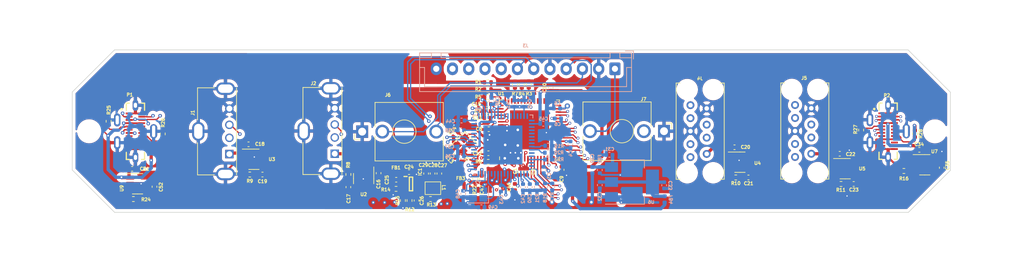
<source format=kicad_pcb>
(kicad_pcb (version 20211014) (generator pcbnew)
  (layers (0 "F.Cu" signal) (1 "In1.Cu" signal) (2 "In2.Cu" signal) (31 "B.Cu" signal) (34 "B.Paste" user) (35 "F.Paste" user) (36 "B.SilkS" user "B.Silkscreen") (37 "F.SilkS" user "F.Silkscreen") (38 "B.Mask" user) (39 "F.Mask" user) (44 "Edge.Cuts" user))
  (net 0 "")
  (net 1 "GND")
  (net 2 "/1.1V 1A/P_OUT")
  (net 3 "Net-(C13-Pad2)")
  (net 4 "Net-(C14-Pad2)")
  (net 5 "Net-(C15-Pad1)")
  (net 6 "/OVER CURRENT_OVER VOLTAGE PROTECTION/P_OUT")
  (net 7 "VBUS")
  (net 8 "/OVER CURRENT_OVER VOLTAGE PROTECTION1/P_OUT")
  (net 9 "/OVER CURRENT_OVER VOLTAGE PROTECTION2/P_OUT")
  (net 10 "/OVER CURRENT_OVER VOLTAGE PROTECTION3/P_OUT")
  (net 11 "/1.1V 1A/P_IN")
  (net 12 "Net-(C26-Pad2)")
  (net 13 "/3V3 ams1117 1A/P_IN")
  (net 14 "/3V3 ams1117 1A/P_OUT")
  (net 15 "Net-(IC1-Pad4)")
  (net 16 "/1.1V 1A/PG")
  (net 17 "Net-(IC1-Pad7)")
  (net 18 "/USB_DN1_P-")
  (net 19 "/USB_DN1_P+")
  (net 20 "/USB_DN2_P-")
  (net 21 "/USB_DN2_P+")
  (net 22 "/UP_USB_D+")
  (net 23 "/UP_USB_D-")
  (net 24 "/UP_USB_SSTX-")
  (net 25 "/UP_USB_SSTX+")
  (net 26 "/UP_USB_SSRX+")
  (net 27 "/UP_USB_SSRX-")
  (net 28 "/audio_MONO")
  (net 29 "/audio_RIGHT")
  (net 30 "/MIC_IN")
  (net 31 "Net-(R1-Pad2)")
  (net 32 "Net-(R3-Pad2)")
  (net 33 "Net-(R4-Pad2)")
  (net 34 "Net-(R5-Pad2)")
  (net 35 "Net-(R6-Pad2)")
  (net 36 "Net-(R7-Pad2)")
  (net 37 "Net-(R8-Pad1)")
  (net 38 "Net-(R9-Pad1)")
  (net 39 "Net-(R10-Pad1)")
  (net 40 "Net-(R11-Pad1)")
  (net 45 "/USB HUB_BRIDGE IC/SDA{slash}SMBDAT")
  (net 46 "/USB HUB_BRIDGE IC/SCL{slash}SMBCLK")
  (net 54 "/+1V1_PWR")
  (net 55 "/+3V3_PWR")
  (net 56 "/OVER CURRENT_OVER VOLTAGE PROTECTION4/P_OUT")
  (net 57 "Net-(C48-Pad2)")
  (net 58 "Net-(C49-Pad2)")
  (net 59 "Net-(C50-Pad1)")
  (net 60 "/OVER CURRENT_OVER VOLTAGE PROTECTION5/P_OUT")
  (net 61 "/USB_DN3_P+")
  (net 62 "/USB_DN3_P-")
  (net 63 "/USB_DN3_SSRX-")
  (net 64 "/USB_DN3_SSRX+")
  (net 65 "/USB_DN3_SSTX-")
  (net 66 "/USB_DN3_SSTX+")
  (net 67 "/USB_DN4_SSTX+")
  (net 68 "/USB_DN4_SSTX-")
  (net 69 "/USB_DN4_SSRX+")
  (net 70 "/USB_DN4_SSRX-")
  (net 71 "/USB_DN4_P+")
  (net 72 "/USB_DN4_P-")
  (net 73 "/USB HUB_BRIDGE IC1/USB_DN3_SSTX+")
  (net 74 "/USB HUB_BRIDGE IC1/USB_DN3_SSTX-")
  (net 75 "/USB HUB_BRIDGE IC1/USB_DN3_P+")
  (net 76 "/USB HUB_BRIDGE IC1/USB_DN3_P-")
  (net 78 "/USB HUB_BRIDGE IC1/USB_DN3_SSRX-")
  (net 79 "/USB HUB_BRIDGE IC1/USB_DN3_SSRX+")
  (net 81 "/USB HUB_BRIDGE IC/USB_DN2_SSTX+")
  (net 82 "/USB HUB_BRIDGE IC/USB_DN2_SSTX-")
  (net 83 "/USB HUB_BRIDGE IC/USB_DN2_P+")
  (net 84 "/USB HUB_BRIDGE IC/USB_DN2_P-")
  (net 86 "/USB HUB_BRIDGE IC/USB_DN2_SSRX-")
  (net 87 "/USB HUB_BRIDGE IC/USB_DN2_SSRX+")
  (net 89 "Net-(R16-Pad1)")
  (net 90 "Net-(R17-Pad2)")
  (net 91 "Net-(R19-Pad2)")
  (net 92 "Net-(R20-Pad2)")
  (net 93 "Net-(R21-Pad2)")
  (net 94 "Net-(R22-Pad2)")
  (net 95 "Net-(R23-Pad2)")
  (net 96 "Net-(R24-Pad1)")
  (net 97 "/USB HUB_BRIDGE IC/USB_DN1_SSRX-")
  (net 98 "/USB HUB_BRIDGE IC/USB_DN1_SSRX+")
  (net 99 "/USB HUB_BRIDGE IC/USB_DN1_SSTX-")
  (net 100 "/USB HUB_BRIDGE IC/USB_DN1_SSTX+")
  (net 101 "/USB HUB_BRIDGE IC/USB_DN1_P-")
  (net 102 "/USB HUB_BRIDGE IC/USB_DN1_P+")
  (net 103 "/USB HUB_BRIDGE IC1/USB_DN1_SSTX+")
  (net 104 "/USB HUB_BRIDGE IC1/USB_DN1_SSTX-")
  (net 105 "/USB HUB_BRIDGE IC1/USB_DN1_SSRX+")
  (net 106 "/USB HUB_BRIDGE IC1/USB_DN1_SSRX-")
  (net 107 "/USB HUB_BRIDGE IC1/USB_DN2_SSTX+")
  (net 108 "/USB HUB_BRIDGE IC1/USB_DN2_SSTX-")
  (net 109 "/USB HUB_BRIDGE IC1/USB_DN2_SSRX+")
  (net 110 "/USB HUB_BRIDGE IC1/USB_DN2_SSRX-")
  (net 111 "/USB HUB_BRIDGE IC1/USB_DN4_P+")
  (net 112 "/USB HUB_BRIDGE IC1/USB_DN4_P-")
  (net 113 "/USB HUB_BRIDGE IC1/USB_DN4_SSTX+")
  (net 114 "/USB HUB_BRIDGE IC1/USB_DN4_SSTX-")
  (net 115 "/USB HUB_BRIDGE IC1/USB_DN4_SSRX+")
  (net 116 "/USB HUB_BRIDGE IC1/USB_DN4_SSRX-")
  (net 121 "/USB HUB_BRIDGE IC1/SDA{slash}SMBDAT")
  (net 122 "/USB HUB_BRIDGE IC1/SCL{slash}SMBCLK")
  (net 130 "Net-(P1-PadA5)")
  (net 135 "Net-(P1-PadB5)")
  (net 136 "Net-(P2-PadA5)")
  (net 141 "Net-(P2-PadB5)")
  (footprint "Capacitor_SMD:C_0402_1005Metric" (layer "F.Cu") (at 194.855 152.8)
    (fp_text reference "C20")
    (fp_text value "10uF")
  )
  (footprint "Inductor_SMD:L_0402_1005Metric" (layer "F.Cu") (at 152.7 158.4)
    (fp_text reference "FB3")
    (fp_text value "FerriteBead")
  )
  (footprint "Capacitor_SMD:C_0402_1005Metric" (layer "F.Cu") (at 144.762 156.625)
    (fp_text reference "C24")
    (fp_text value "10uF")
  )
  (footprint "Capacitor_SMD:C_0402_1005Metric" (layer "F.Cu") (at 105.585 158.875 90)
    (fp_text reference "C52")
    (fp_text value "10uF")
  )
  (footprint "Capacitor_SMD:C_0402_1005Metric" (layer "F.Cu") (at 156.975 153.725 180)
    (fp_text reference "C12")
    (fp_text value "100nF")
  )
  (footprint "Capacitor_SMD:C_0402_1005Metric" (layer "F.Cu") (at 120.055 152.35)
    (fp_text reference "C18")
    (fp_text value "10uF")
  )
  (footprint "Resistor_SMD:R_0402_1005Metric" (layer "F.Cu") (at 156.875 142.8)
    (fp_text reference "R1")
    (fp_text value "90.9K")
  )
  (footprint "Inductor_SMD:L_0402_1005Metric" (layer "F.Cu") (at 142.787 156.75)
    (fp_text reference "FB1")
    (fp_text value "FerriteBead")
  )
  (footprint "Capacitor_SMD:C_0402_1005Metric" (layer "F.Cu") (at 140.075 156.79 -90)
    (fp_text reference "C16")
    (fp_text value "10uF")
  )
  (footprint "MountingHole:MountingHole_2.7mm_M2.5_ISO7380" (layer "F.Cu") (at 95.525 150.34)
    (fp_text reference "REF**")
    (fp_text value "MountingHole_2.7mm_M2.5_ISO7380")
  )
  (footprint "Capacitor_SMD:C_0402_1005Metric" (layer "F.Cu") (at 213.2 158.45 180)
    (fp_text reference "C23")
    (fp_text value "10uF")
  )
  (footprint "Capacitor_SMD:C_0402_1005Metric" (layer "F.Cu") (at 149.425 156.85 90)
    (fp_text reference "C27")
    (fp_text value "10uF")
  )
  (footprint "Capacitor_SMD:C_0402_1005Metric" (layer "F.Cu") (at 156.8325 148.29 180)
    (fp_text reference "C11")
    (fp_text value "100nF")
  )
  (footprint "Package_TO_SOT_SMD:SOT-23-5" (layer "F.Cu") (at 137.775 157.625 -90)
    (fp_text reference "U2")
    (fp_text value "SY6280AAAC")
  )
  (footprint "Capacitor_SMD:C_0402_1005Metric" (layer "F.Cu") (at 145.912 161 90)
    (fp_text reference "C26")
    (fp_text value "10pF")
  )
  (footprint "Capacitor_SMD:C_0402_1005Metric" (layer "F.Cu") (at 155.95 157.675 -90)
    (fp_text reference "C47")
    (fp_text value "100nF")
  )
  (footprint "Capacitor_SMD:C_0402_1005Metric" (layer "F.Cu") (at 148.387 156.845 90)
    (fp_text reference "C28")
    (fp_text value "10uF")
  )
  (footprint "Capacitor_SMD:C_0402_1005Metric" (layer "F.Cu") (at 211.055 153.8)
    (fp_text reference "C22")
    (fp_text value "10uF")
  )
  (footprint "Resistor_SMD:R_0402_1005Metric" (layer "F.Cu") (at 120.25 157)
    (fp_text reference "R9")
    (fp_text value "13.7K")
  )
  (footprint "Capacitor_SMD:C_0402_1005Metric" (layer "F.Cu") (at 122.2 157 180)
    (fp_text reference "C19")
    (fp_text value "10uF")
  )
  (footprint "Resistor_SMD:R_0402_1005Metric" (layer "F.Cu") (at 106.85 150.75 -90)
    (fp_text reference "R26")
    (fp_text value "5.1K")
  )
  (footprint "Capacitor_SMD:C_0402_1005Metric" (layer "F.Cu") (at 156.8625 146.15 180)
    (fp_text reference "C15")
    (fp_text value "100nF")
  )
  (footprint "Capacitor_SMD:C_0402_1005Metric" (layer "F.Cu") (at 147.387 156.85 90)
    (fp_text reference "C29")
    (fp_text value "10uF")
  )
  (footprint "Capacitor_SMD:C_0402_1005Metric" (layer "F.Cu") (at 162.925 156.58 -90)
    (fp_text reference "C2")
    (fp_text value "100nF")
  )
  (footprint "Package_TO_SOT_SMD:SOT-23-5" (layer "F.Cu") (at 120.89 154.65)
    (fp_text reference "U3")
    (fp_text value "SY6280AAAC")
  )
  (footprint "Capacitor_SMD:C_0402_1005Metric" (layer "F.Cu") (at 156.8325 147.24 180)
    (fp_text reference "C7")
    (fp_text value "100nF")
  )
  (footprint "Capacitor_SMD:C_0402_1005Metric" (layer "F.Cu") (at 197 157.45 180)
    (fp_text reference "C21")
    (fp_text value "10uF")
  )
  (footprint "Package_TO_SOT_SMD:SOT-23-5" (layer "F.Cu") (at 102.975 158.425)
    (fp_text reference "U9")
    (fp_text value "SY6280AAAC")
  )
  (footprint "Resistor_SMD:R_0402_1005Metric" (layer "F.Cu") (at 211.25 158.45)
    (fp_text reference "R11")
    (fp_text value "13.7K")
  )
  (footprint "greencharge-footprints:SOTFL50P160X60-8N" (layer "F.Cu") (at 145.062 158.45)
    (fp_text reference "IC1")
    (fp_text value "TPS628501DRLR" hide)
  )
  (footprint "Connector_USB:USB_A_Molex_105057_Vertical" (layer "F.Cu") (at 133.33 153.8 90)
    (fp_text reference "J2")
    (fp_text value "USB_A")
  )
  (footprint "Connector_USB:USB_A_Molex_105057_Vertical" (layer "F.Cu") (at 117.11 153.85 90)
    (fp_text reference "J1")
    (fp_text value "USB_A")
  )
  (footprint "Resistor_SMD:R_0402_1005Metric" (layer "F.Cu") (at 144.837 161 90)
    (fp_text reference "R12")
    (fp_text value "82.5K")
  )
  (footprint "Resistor_SMD:R_0402_1005Metric" (layer "F.Cu") (at 143.812 161 -90)
    (fp_text reference "R15")
    (fp_text value "100K")
  )
  (footprint "Capacitor_SMD:C_0402_1005Metric" (layer "F.Cu") (at 161.875 156.6 -90)
    (fp_text reference "C1")
    (fp_text value "100nF")
  )
  (footprint "Capacitor_SMD:C_0402_1005Metric" (layer "F.Cu") (at 151.95 150.85 45)
    (fp_text reference "C14")
    (fp_text value "22pF")
  )
  (footprint "MountingHole:MountingHole_2.7mm_M2.5_ISO7380" (layer "F.Cu") (at 225.7 150.35)
    (fp_text reference "REF**")
    (fp_text value "MountingHole_2.7mm_M2.5_ISO7380")
  )
  (footprint "Resistor_SMD:R_0402_1005Metric" (layer "F.Cu") (at 148.062 160.775 180)
    (fp_text reference "R13")
    (fp_text value "100K")
  )
  (footprint "Connector_Audio:Jack_3.5mm_QingPu_WQP-PJ398SM_Vertical_CircularHoles" (layer "F.Cu") (at 184.005 150.325 -90)
    (fp_text reference "J7")
    (fp_text value "AudioJack3")
  )
  (footprint "greencharge-footprints:AMPHENOL_GSB412137CHR" (layer "F.Cu") (at 189.575 150.325 -90)
    (fp_text reference "J4")
    (fp_text value "GSB412137CHR")
  )
  (footprint "Resistor_SMD:R_0402_1005Metric" (layer "F.Cu") (at 156.875 143.9)
    (fp_text reference "R2")
    (fp_text value "90.9K")
  )
  (footprint "greencharge-footprints:SPH201610HR33MT" (layer "F.Cu") (at 147.712 159.075)
    (fp_text reference "L1")
    (fp_text value "330nH")
  )
  (footprint "Resistor_SMD:R_0402_1005Metric" (layer "F.Cu") (at 142.762 159.2 180)
    (fp_text reference "R14")
    (fp_text value "8.06K")
  )
  (footprint "Capacitor_SMD:C_0402_1005Metric" (layer "F.Cu") (at 223.305 153.2)
    (fp_text reference "C34")
    (fp_text value "10uF")
  )
  (footprint "Resistor_SMD:R_0402_1005Metric" (layer "F.Cu") (at 220.925 156.45 180)
    (fp_text reference "R16")
    (fp_text value "13.7K")
  )
  (footprint "Resistor_SMD:R_0402_1005Metric" (layer "F.Cu") (at 163.1875 143.125 -90)
    (fp_text reference "R3")
    (fp_text value "1K")
  )
  (footprint "Capacitor_SMD:C_0402_1005Metric" (layer "F.Cu") (at 168.25 156.275 -90)
    (fp_text reference "C9")
    (fp_text value "100nF")
  )
  (footprint "Resistor_SMD:R_0402_1005Metric" (layer "F.Cu") (at 195.05 157.45)
    (fp_text reference "R10")
    (fp_text value "13.7K")
  )
  (footprint "Package_TO_SOT_SMD:SOT-23-5" (layer "F.Cu") (at 211.89 156.1)
    (fp_text reference "U5")
    (fp_text value "SY6280AAAC")
  )
  (footprint "Resistor_SMD:R_0402_1005Metric" (layer "F.Cu") (at 214.35 150.15 90)
    (fp_text reference "R27")
    (fp_text value "5.1K")
  )
  (footprint "Resistor_SMD:R_0402_1005Metric" (layer "F.Cu") (at 154.95 157.65 90)
    (fp_text reference "R22")
    (fp_text value "9.53K")
  )
  (footprint "Resistor_SMD:R_0402_1005Metric" (layer "F.Cu") (at 98.525 148.8 -90)
    (fp_text reference "R25")
    (fp_text value "5.1K")
  )
  (footprint "Resistor_SMD:R_0402_1005Metric" (layer "F.Cu") (at 102.335 160.775)
    (fp_text reference "R24")
    (fp_text value "13.7K")
  )
  (footprint "Capacitor_SMD:C_0402_1005Metric" (layer "F.Cu") (at 166.5625 143.625 90)
    (fp_text reference "C10")
    (fp_text value "100nF")
  )
  (footprint "Resistor_SMD:R_0402_1005Metric" (layer "F.Cu") (at 161.0625 143.15 -90)
    (fp_text reference "R7")
    (fp_text value "1K")
  )
  (footprint "Resistor_SMD:R_0402_1005Metric" (layer "F.Cu") (at 135.425 156.985 -90)
    (fp_text reference "R8")
    (fp_text value "13.7K")
  )
  (footprint "Package_TO_SOT_SMD:SOT-23-5" (layer "F.Cu") (at 224.14 155.5)
    (fp_text reference "U7")
    (fp_text value "SY6280AAAC")
  )
  (footprint "greencharge-footprints:AMPHENOL_GSB412137CHR" (layer "F.Cu") (at 205.675 150.3 -90)
    (fp_text reference "J5")
    (fp_text value "GSB412137CHR")
  )
  (footprint "Connector_Audio:Jack_3.5mm_QingPu_WQP-PJ398SM_Vertical_CircularHoles" (layer "F.Cu") (at 137.55 150.4 90)
    (fp_text reference "J6")
    (fp_text value "AudioJack3")
  )
  (footprint "Capacitor_SMD:C_0402_1005Metric" (layer "F.Cu") (at 135.425 158.935 90)
    (fp_text reference "C17")
    (fp_text value "10uF")
  )
  (footprint "Resistor_SMD:R_0402_1005Metric" (layer "F.Cu") (at 222.625 150.725 -90)
    (fp_text reference "R28")
    (fp_text value "5.1K")
  )
  (footprint "greencharge-footprints:GCT_USB4151-GF-C_REVA" (layer "F.Cu") (at 102.65 150.35 90)
    (fp_text reference "P1")
    (fp_text value "USB_C_Plug")
  )
  (footprint "Capacitor_SMD:C_0402_1005Metric" (layer "F.Cu") (at 161.04505 158.92142 -90)
    (fp_text reference "C46")
    (fp_text value "100nF")
  )
  (footprint "Package_TO_SOT_SMD:SOT-23-5" (layer "F.Cu") (at 195.69 155.1)
    (fp_text reference "U4")
    (fp_text value "SY6280AAAC")
  )
  (footprint "Package_DFN_QFN:QFN-64-1EP_9x9mm_P0.5mm_EP6x6mm" (layer "F.Cu") (at 163.3125 150.125 90)
    (fp_text reference "U1")
    (fp_text value "TUSB8042AIRGCT")
  )
  (footprint "Resistor_SMD:R_0402_1005Metric" (layer "F.Cu") (at 156.95 155.05)
    (fp_text reference "R6")
    (fp_text value "9.53K")
  )
  (footprint "Crystal:Crystal_SMD_EuroQuartz_X22-4Pin_2.5x2.0mm" (layer "F.Cu") (at 153.15 152.425 -135)
    (fp_text reference "Y1")
    (fp_text value "24MHz")
  )
  (footprint "Capacitor_SMD:C_0402_1005Metric" (layer "F.Cu") (at 102.14 156.125)
    (fp_text reference "C51")
    (fp_text value "10uF")
  )
  (footprint "Capacitor_SMD:C_0402_1005Metric" (layer "F.Cu") (at 157.025 150.025 180)
    (fp_text reference "C8")
    (fp_text value "100nF")
  )
  (footprint "greencharge-footprints:GCT_USB4151-GF-C_REVA" (layer "F.Cu") (at 218.5 150.325 90)
    (fp_text reference "P2")
    (fp_text value "USB_C_Plug")
  )
  (footprint "Capacitor_SMD:C_0402_1005Metric" (layer "F.Cu") (at 151.5 154.075 -45)
    (fp_text reference "C13")
    (fp_text value "22pF")
  )
  (footprint "Resistor_SMD:R_0402_1005Metric" (layer "F.Cu") (at 162.1125 143.15 -90)
    (fp_text reference "R4")
    (fp_text value "1K")
  )
  (footprint "Resistor_SMD:R_0402_1005Metric" (layer "F.Cu") (at 156.8875 145.05)
    (fp_text reference "R5")
    (fp_text value "100K")
  )
  (footprint "Capacitor_SMD:C_0402_1005Metric" (layer "F.Cu") (at 226.75 155.95 90)
    (fp_text reference "C35")
    (fp_text value "10uF")
  )
  (footprint "Capacitor_SMD:C_0402_1005Metric" (layer "F.Cu") (at 142.787 157.8 180)
    (fp_text reference "C25")
    (fp_text value "10uF")
  )
  (footprint "Resistor_SMD:R_0402_1005Metric" (layer "B.Cu") (at 164.45 158.925 90)
    (fp_text reference "R21")
    (fp_text value "100K")
  )
  (footprint "Capacitor_SMD:C_0402_1005Metric" (layer "B.Cu") (at 169.6 152.38 -90)
    (fp_text reference "C4")
    (fp_text value "100nF")
  )
  (footprint "Capacitor_SMD:C_0402_1005Metric" (layer "B.Cu") (at 165.425 149.191421)
    (fp_text reference "C45")
    (fp_text value "100nF")
  )
  (footprint "Crystal:Crystal_SMD_EuroQuartz_X22-4Pin_2.5x2.0mm" (layer "B.Cu") (at 155.4 160.075 180)
    (fp_text reference "Y2")
    (fp_text value "24MHz")
  )
  (footprint "Inductor_SMD:L_0402_1005Metric" (layer "B.Cu") (at 172.975 156.325 90)
    (fp_text reference "FB2")
    (fp_text value "FerriteBead")
  )
  (footprint "Capacitor_SMD:C_0402_1005Metric" (layer "B.Cu") (at 167.675 148.375)
    (fp_text reference "C6")
    (fp_text value "100nF")
  )
  (footprint "Capacitor_SMD:C_0402_1005Metric" (layer "B.Cu") (at 152.735051 150.19142 180)
    (fp_text reference "C38")
    (fp_text value "100nF")
  )
  (footprint "Resistor_SMD:R_0402_1005Metric" (layer "B.Cu") (at 166.8 158.875 90)
    (fp_text reference "R17")
    (fp_text value "90.9K")
  )
  (footprint "Resistor_SMD:R_0402_1005Metric" (layer "B.Cu") (at 166.185051 154.69142 180)
    (fp_text reference "R23")
    (fp_text value "1K")
  )
  (footprint "Inductor_SMD:L_0402_1005Metric" (layer "B.Cu") (at 184.1 160.825 -90)
    (fp_text reference "FB4")
    (fp_text value "FerriteBead")
  )
  (footprint "Capacitor_SMD:C_0402_1005Metric" (layer "B.Cu") (at 167.525 146.825 180)
    (fp_text reference "C5")
    (fp_text value "100nF")
  )
  (footprint "Capacitor_SMD:C_0402_1005Metric" (layer "B.Cu") (at 162.460051 146.09142 90)
    (fp_text reference "C40")
    (fp_text value "100nF")
  )
  (footprint "Capacitor_SMD:C_0402_1005Metric" (layer "B.Cu") (at 174.125 156.3 -90)
    (fp_text reference "C30")
    (fp_text value "10uF")
  )
  (footprint "Capacitor_SMD:C_0402_1005Metric" (layer "B.Cu") (at 163.35 158.95 -90)
    (fp_text reference "C50")
    (fp_text value "100nF")
  )
  (footprint "Capacitor_SMD:C_0402_1005Metric" (layer "B.Cu") (at 158.9 159.13 -90)
    (fp_text reference "C43")
    (fp_text value "100nF")
  )
  (footprint "Resistor_SMD:R_0402_1005Metric" (layer "B.Cu") (at 166.175 153.64142 180)
    (fp_text reference "R20")
    (fp_text value "1K")
  )
  (footprint "Capacitor_SMD:C_0402_1005Metric" (layer "B.Cu") (at 152.835051 148.69142 180)
    (fp_text reference "C44")
    (fp_text value "100nF")
  )
  (footprint "Resistor_SMD:R_0402_1005Metric" (layer "B.Cu") (at 166.210051 152.56642 180)
    (fp_text reference "R19")
    (fp_text value "1K")
  )
  (footprint "Capacitor_SMD:C_0402_1005Metric" (layer "B.Cu") (at 152.735051 152.691419 180)
    (fp_text reference "C37")
    (fp_text value "100nF")
  )
  (footprint "Package_TO_SOT_SMD:SOT-223-3_TabPin2" (layer "B.Cu") (at 179.075 158.15)
    (fp_text reference "U6")
    (fp_text value "AMS1117-3.3")
  )
  (footprint "Capacitor_SMD:C_0402_1005Metric" (layer "B.Cu") (at 165.475 156.3 -90)
    (fp_text reference "C3")
    (fp_text value "100nF")
  )
  (footprint "Capacitor_SMD:C_0402_1005Metric" (layer "B.Cu") (at 152.735051 154.191419 180)
    (fp_text reference "C36")
    (fp_text value "100nF")
  )
  (footprint "Capacitor_SMD:C_0402_1005Metric" (layer "B.Cu") (at 184.025 158.65 -90)
    (fp_text reference "C33")
    (fp_text value "100nF")
  )
  (footprint "Capacitor_SMD:C_0402_1005Metric" (layer "B.Cu") (at 174.125 158.625 -90)
    (fp_text reference "C32")
    (fp_text value "10uF")
  )
  (footprint "Capacitor_SMD:C_0402_1005Metric" (layer "B.Cu") (at 175.6 153.975 180)
    (fp_text reference "C31")
    (fp_text value "100nF")
  )
  (footprint "Capacitor_SMD:C_0402_1005Metric" (layer "B.Cu") (at 157.460051 145.70142 90)
    (fp_text reference "C39")
    (fp_text value "100nF")
  )
  (footprint "Capacitor_SMD:C_0402_1005Metric" (layer "B.Cu") (at 160.960051 146.09142 90)
    (fp_text reference "C41")
    (fp_text value "100nF")
  )
  (footprint "Connector_JST:JST_XH_B12B-XH-A_1x12_P2.50mm_Vertical" (layer "B.Cu") (at 176.45 140.725 180)
    (fp_text reference "J3")
    (fp_text value "Conn_01x12_Male")
  )
  (footprint "Capacitor_SMD:C_0402_1005Metric" (layer "B.Cu") (at 162.3 158.95 -90)
    (fp_text reference "C42")
    (fp_text value "100nF")
  )
  (footprint "Capacitor_SMD:C_0402_1005Metric" (layer "B.Cu") (at 153.1 159.975 90)
    (fp_text reference "C48")
    (fp_text value "22pF")
  )
  (footprint "Package_DFN_QFN:QFN-64-1EP_9x9mm_P0.5mm_EP6x6mm" (layer "B.Cu") (at 159.210051 152.44142)
    (fp_text reference "U8")
    (fp_text value "TUSB8042AIRGCT")
  )
  (footprint "Capacitor_SMD:C_0402_1005Metric" (layer "B.Cu") (at 155.9 162.025)
    (fp_text reference "C49")
    (fp_text value "22pF")
  )
  (footprint "Resistor_SMD:R_0402_1005Metric" (layer "B.Cu") (at 165.7 158.875 90)
    (fp_text reference "R18")
    (fp_text value "90.9K")
  )
  (gr_line (start 99.445 162.82) (end 221.615 162.82) (layer "Edge.Cuts") (width 0.1))
  (gr_line (start 99.445 162.82) (end 92.925 156.3) (layer "Edge.Cuts") (width 0.1))
  (gr_line (start 221.565 137.81) (end 99.435 137.81) (layer "Edge.Cuts") (width 0.1))
  (gr_line (start 92.925 144.3) (end 99.435 137.81) (layer "Edge.Cuts") (width 0.1))
  (gr_line (start 228.085 156.35) (end 221.615 162.82) (layer "Edge.Cuts") (width 0.1))
  (gr_line (start 92.925 156.3) (end 92.925 144.3) (layer "Edge.Cuts") (width 0.1))
  (gr_line (start 228.085 144.335) (end 221.565 137.81) (layer "Edge.Cuts") (width 0.1))
  (gr_line (start 228.085 156.35) (end 228.085 144.335) (layer "Edge.Cuts") (width 0.1))
  (segment (start 156.352686 153.867314) (end 155.807686 153.867314) (width 0.254) (layer "F.Cu") (net 1))
  (segment (start 154.95 158.16) (end 154.26 158.16) (width 0.5) (layer "F.Cu") (net 1))
  (segment (start 103.525 158.425) (end 105.555 158.425) (width 0.5) (layer "F.Cu") (net 1))
  (segment (start 211.8 154.065) (end 211.535 153.8) (width 0.3) (layer "F.Cu") (net 1))
  (segment (start 211.425 156.1) (end 211.8 155.725) (width 0.3) (layer "F.Cu") (net 1))
  (segment (start 151.610589 152.016959) (end 152.160051 152.566421) (width 0.5) (layer "F.Cu") (net 1))
  (segment (start 102.94952 160.67048) (end 102.94952 158.82548) (width 0.5) (layer "F.Cu") (net 1))
  (segment (start 142.252 159.2) (end 142.252 160.052) (width 0.5) (layer "F.Cu") (net 1))
  (segment (start 137.74952 157.65048) (end 139.90048 157.65048) (width 0.5) (layer "F.Cu") (net 1))
  (segment (start 102.75 153.1) (end 102.75 154.26) (width 0.254) (layer "F.Cu") (net 1))
  (segment (start 218.5 154.335) (end 218.5 153.125) (width 0.254) (layer "F.Cu") (net 1))
  (segment (start 195.275 155.1) (end 195.5625 154.8125) (width 0.5) (layer "F.Cu") (net 1))
  (segment (start 211.535 153.8) (end 211.975 153.8) (width 0.3) (layer "F.Cu") (net 1))
  (segment (start 155.475 155.2) (end 156.29 155.2) (width 0.254) (layer "F.Cu") (net 1))
  (segment (start 212.25 158.45) (end 212.25 160.225) (width 0.3) (layer "F.Cu") (net 1))
  (segment (start 101.8375 158.425) (end 103.525 158.425) (width 0.5) (layer "F.Cu") (net 1))
  (segment (start 195.5625 154.8125) (end 195.66452 154.71048) (width 0.5) (layer "F.Cu") (net 1))
  (segment (start 147.387 155.138) (end 147.4 155.125) (width 0.254) (layer "F.Cu") (net 1))
  (segment (start 121.075 157) (end 121.72 157) (width 0.5) (layer "F.Cu") (net 1))
  (segment (start 120.55 152.35) (end 120.95 152.75) (width 0.3) (layer "F.Cu") (net 1))
  (segment (start 168.9 156.825) (end 168.83 156.755) (width 0.5) (layer "F.Cu") (net 1))
  (segment (start 101.675 153.1) (end 102.75 153.1) (width 0.254) (layer "F.Cu") (net 1))
  (segment (start 120.91548 156.84048) (end 120.91548 154.33452) (width 0.5) (layer "F.Cu") (net 1))
  (segment (start 154.26 158.16) (end 154 157.9) (width 0.5) (layer "F.Cu") (net 1))
  (segment (start 120.6 154.65) (end 119.7525 154.65) (width 0.3) (layer "F.Cu") (net 1))
  (segment (start 212.25 158.45) (end 211.76 158.45) (width 0.3) (layer "F.Cu") (net 1))
  (segment (start 217.525 153.075) (end 218.45 153.075) (width 0.254) (layer "F.Cu") (net 1))
  (segment (start 105.555 158.425) (end 105.585 158.395) (width 0.5) (layer "F.Cu") (net 1))
  (segment (start 148.387 156.365) (end 148.387 155.162) (width 0.254) (layer "F.Cu") (net 1))
  (segment (start 101.675 147.6) (end 102.7 147.6) (width 0.254) (layer "F.Cu") (net 1))
  (segment (start 155.735879 153.867314) (end 155.701596 153.901597) (width 0.254) (layer "F.Cu") (net 1))
  (segment (start 142.252 160.052) (end 142.325 160.125) (width 0.5) (layer "F.Cu") (net 1))
  (segment (start 195.56 157.45) (end 196.52 157.45) (width 0.5) (layer "F.Cu") (net 1))
  (segment (start 195.66452 154.71048) (end 195.66452 153.12952) (width 0.5) (layer "F.Cu") (net 1))
  (segment (start 210.7525 156.1) (end 211.425 156.1) (width 0.3) (layer "F.Cu") (net 1))
  (segment (start 151.160589 153.565883) (end 152.160051 152.566421) (width 0.5) (layer "F.Cu") (net 1))
  (segment (start 195.66452 157.34548) (end 195.66452 154.91452) (width 0.5) (layer "F.Cu") (net 1))
  (segment (start 155.807686 153.867314) (end 155.735879 153.867314) (width 0.254) (layer "F.Cu") (net 1))
  (segment (start 149.425 155.191919) (end 149.4 155.166919) (width 0.254) (layer "F.Cu") (net 1))
  (segment (start 102.94952 158.82548) (end 103.05 158.725) (width 0.5) (layer "F.Cu") (net 1))
  (segment (start 156.29 155.2) (end 156.44 155.05) (width 0.254) (layer "F.Cu") (net 1))
  (segment (start 218.35 147.575) (end 218.35 146.465) (width 0.254) (layer "F.Cu") (net 1))
  (segment (start 155.323208 154.598208) (end 155.323208 155.048208) (width 0.254) (layer "F.Cu") (net 1))
  (segment (start 194.5525 155.1) (end 195.275 155.1) (width 0.5) (layer "F.Cu") (net 1))
  (segment (start 120.535 152.35) (end 120.55 152.35) (width 0.3) (layer "F.Cu") (net 1))
  (segment (start 154.756092 154.598208) (end 154.73965 154.61465) (width 0.254) (layer "F.Cu") (net 1))
  (segment (start 136.426671 157.59952) (end 137.64952 157.59952) (width 0.5) (layer "F.Cu") (net 1))
  (segment (start 121.075 157) (end 120.91548 156.84048) (width 0.5) (layer "F.Cu") (net 1))
  (segment (start 139.90048 157.65048) (end 139.925 157.675) (width 0.5) (layer "F.Cu") (net 1))
  (segment (start 120.95 154.3) (end 120.6 154.65) (width 0.3) (layer "F.Cu") (net 1))
  (segment (start 226.75 155.47) (end 226.75 153.475) (width 0.3) (layer "F.Cu") (net 1))
  (segment (start 154.558579 152.283579) (end 155.125 152.85) (width 0.2) (layer "F.Cu") (net 1))
  (segment (start 135.425 157.495) (end 135.43 157.5) (width 0.5) (layer "F.Cu") (net 1))
  (segment (start 151.160589 153.735589) (end 151.160589 153.565883) (width 0.5) (layer "F.Cu") (net 1))
  (segment (start 154.95 158.16) (end 155.945 158.16) (width 0.5) (layer "F.Cu") (net 1))
  (segment (start 147.387 156.37) (end 147.387 155.138) (width 0.254) (layer "F.Cu") (net 1))
  (segment (start 102.75 153.1) (end 103.625 153.1) (width 0.254) (layer "F.Cu") (net 1))
  (segment (start 155.323208 154.598208) (end 154.756092 154.598208) (width 0.254) (layer "F.Cu") (net 1))
  (segment (start 137.775 156.4875) (end 137.775 157.625) (width 0.5) (layer "F.Cu") (net 1))
  (segment (start 102.75 158.425) (end 101.8375 158.425) (width 0.5) (layer "F.Cu") (net 1))
  (segment (start 217.525 147.575) (end 218.35 147.575) (width 0.254) (layer "F.Cu") (net 1))
  (segment (start 223.0025 155.5) (end 219.665 155.5) (width 0.3) (layer "F.Cu") (net 1))
  (segment (start 151.610589 151.189411) (end 151.610589 152.016959) (width 0.5) (layer "F.Cu") (net 1))
  (segment (start 120.95 152.75) (end 120.95 154.3) (width 0.3) (layer "F.Cu") (net 1))
  (segment (start 143.812 161.51) (end 143.812 162.112) (width 0.5) (layer "F.Cu") (net 1))
  (segment (start 211.975 153.8) (end 212.525 153.25) (width 0.3) (layer "F.Cu") (net 1))
  (segment (start 212.72 158.45) (end 212.25 158.45) (width 0.3) (layer "F.Cu") (net 1))
  (segment (start 145.8 156.625) (end 145.9 156.725) (width 0.254) (layer "F.Cu") (net 1))
  (segment (start 145.9 156.725) (end 145.9 156.975) (width 0.254) (layer "F.Cu") (net 1))
  (segment (start 155.323208 155.048208) (end 155.475 155.2) (width 0.254) (layer "F.Cu") (net 1))
  (segment (start 218.35 147.575) (end 219.475 147.575) (width 0.254) (layer "F.Cu") (net 1))
  (segment (start 168.9 157.025) (end 168.9 156.825) (width 0.5) (layer "F.Cu") (net 1))
  (segment (start 145.9 156.975) (end 145.9 157.7) (width 0.254) (layer "F.Cu") (net 1))
  (segment (start 102.75 154.26) (end 102.65 154.36) (width 0.254) (layer "F.Cu") (net 1))
  (segment (start 139.925 157.675) (end 140.075 157.525) (width 0.5) (layer "F.Cu") (net 1))
  (segment (start 102.845 160.775) (end 102.94952 160.67048) (width 0.5) (layer "F.Cu") (net 1))
  (segment (start 195.66452 153.12952) (end 195.335 152.8) (width 0.5) (layer "F.Cu") (net 1))
  (segment (start 120.76 157) (end 121.075 157) (width 0.5) (layer "F.Cu") (net 1))
  (segment (start 155.735879 153.867314) (end 155.660919 153.867314) (width 0.254) (layer "F.Cu") (net 1))
  (segment (start 119.7525 154.65) (end 118.475 154.65) (width 0.3) (layer "F.Cu") (net 1))
  (segment (start 136.327151 157.5) (end 136.426671 157.59952) (width 0.5) (layer "F.Cu") (net 1))
  (segment (start 118.475 154.65) (end 116.51 156.615) (width 0.3) (layer "F.Cu") (net 1))
  (segment (start 137.64952 157.59952) (end 137.725 157.675) (width 0.5) (layer "F.Cu") (net 1))
  (segment (start 143.812 162.112) (end 143.825 162.125) (width 0.5) (layer "F.Cu") (net 1))
  (segment (start 155.323208 154.205025) (end 155.323208 154.598208) (width 0.254) (layer "F.Cu") (net 1))
  (segment (start 168.83 156.755) (end 168.25 156.755) (width 0.5) (layer "F.Cu") (net 1))
  (segment (start 102.7 147.6) (end 103.625 147.6) (width 0.254) (layer "F.Cu") (net 1))
  (segment (start 219.665 155.5) (end 218.5 154.335) (width 0.3) (layer "F.Cu") (net 1))
  (segment (start 218.5 153.125) (end 218.45 153.075) (width 0.254) (layer "F.Cu") (net 1))
  (segment (start 218.45 153.075) (end 219.475 153.075) (width 0.254) (layer "F.Cu") (net 1))
  (segment (start 161.04505 159.40142) (end 161.04505 160.89505) (width 0.5) (layer "F.Cu") (net 1))
  (segment (start 223.785 153.2) (end 226.525 153.2) (width 0.3) (layer "F.Cu") (net 1))
  (segment (start 155.945 158.16) (end 155.95 158.155) (width 0.5) (layer "F.Cu") (net 1))
  (segment (start 218.35 146.465) (end 218.5 146.315) (width 0.254) (layer "F.Cu") (net 1))
  (segment (start 102.65 146.34) (end 102.65 147.55) (width 0.254) (layer "F.Cu") (net 1))
  (segment (start 195.56 157.45) (end 195.66452 157.34548) (width 0.5) (layer "F.Cu") (net 1))
  (segment (start 212.25 160.225) (end 212.175 160.3) (width 0.3) (layer "F.Cu") (net 1))
  (segment (start 135.43 157.5) (end 136.327151 157.5) (width 0.5) (layer "F.Cu") (net 1))
  (segment (start 142.307 159.145) (end 142.252 159.2) (width 0.5) (layer "F.Cu") (net 1))
  (segment (start 169 157.125) (end 168.9 157.025) (width 0.5) (layer "F.Cu") (net 1))
  (segment (start 155.660919 153.867314) (end 155.323208 154.205025) (width 0.254) (layer "F.Cu") (net 1))
  (segment (start 145.242 156.625) (end 145.8 156.625) (width 0.254) (layer "F.Cu") (net 1))
  (segment (start 211.8 155.725) (end 211.8 154.065) (width 0.3) (layer "F.Cu") (net 1))
  (segment (start 116.51 156.615) (end 116.51 156.92) (width 0.3) (layer "F.Cu") (net 1))
  (segment (start 103.05 158.725) (end 102.75 158.425) (width 0.5) (layer "F.Cu") (net 1))
  (segment (start 148.387 155.162) (end 148.375 155.15) (width 0.254) (layer "F.Cu") (net 1))
  (segment (start 154.139949 152.283579) (end 154.558579 152.283579) (width 0.2) (layer "F.Cu") (net 1))
  (segment (start 102.65 147.55) (end 102.7 147.6) (width 0.254) (layer "F.Cu") (net 1))
  (segment (start 137.725 157.675) (end 137.74952 157.65048) (width 0.5) (layer "F.Cu") (net 1))
  (segment (start 226.525 153.2) (end 226.775 153.45) (width 0.3) (layer "F.Cu") (net 1))
  (segment (start 137.775 157.625) (end 137.725 157.675) (width 0.5) (layer "F.Cu") (net 1))
  (segment (start 120.91548 154.33452) (end 120.95 154.3) (width 0.5) (layer "F.Cu") (net 1))
  (segment (start 195.66452 154.91452) (end 195.5625 154.8125) (width 0.5) (layer "F.Cu") (net 1))
  (segment (start 135.425 158.455) (end 135.425 157.495) (width 0.5) (layer "F.Cu") (net 1))
  (segment (start 149.425 156.37) (end 149.425 155.191919) (width 0.254) (layer "F.Cu") (net 1))
  (segment (start 156.495 153.725) (end 156.352686 153.867314) (width 0.254) (layer "F.Cu") (net 1))
  (segment (start 140.075 157.525) (end 140.075 157.27) (width 0.5) (layer "F.Cu") (net 1))
  (segment (start 161.04505 160.89505) (end 161.05 160.9) (width 0.5) (layer "F.Cu") (net 1))
  (segment (start 142.307 157.8) (end 142.307 159.145) (width 0.5) (layer "F.Cu") (net 1))
  (segment (start 226.75 153.475) (end 226.775 153.45) (width 0.3) (layer "F.Cu") (net 1))
  (via (at 169 157.125) (size 0.5) (drill 0.2) (layers "F.Cu" "B.Cu") (net 1))
  (via (at 153.775 161.375) (size 0.5) (drill 0.2) (layers "F.Cu" "B.Cu") (net 1))
  (via (at 177.45 161.275) (size 0.5) (drill 0.2) (layers "F.Cu" "B.Cu") (net 1))
  (via (at 226.775 153.45) (size 0.5) (drill 0.2) (layers "F.Cu" "B.Cu") (net 1))
  (via blind (at 154.73965 154.61465) (size 0.5) (drill 0.2) (layers "F.Cu" "In2.Cu") (net 1))
  (via (at 212.525 153.25) (size 0.5) (drill 0.2) (layers "F.Cu" "B.Cu") (net 1))
  (via (at 165.9 150.55) (size 0.5) (drill 0.2) (layers "F.Cu" "B.Cu") (net 1))
  (via (at 145.9 156.975) (size 0.5) (drill 0.2) (layers "F.Cu" "B.Cu") (net 1))
  (via (at 147.4 155.125) (size 0.5) (drill 0.2) (layers "F.Cu" "B.Cu") (net 1))
  (via (at 148.375 155.15) (size 0.5) (drill 0.2) (layers "F.Cu" "B.Cu") (net 1))
  (via (at 142.325 160.125) (size 0.5) (drill 0.2) (layers "F.Cu" "B.Cu") (net 1))
  (via (at 137.725 157.675) (size 0.5) (drill 0.2) (layers "F.Cu" "B.Cu") (net 1))
  (via (at 177.275 157.075) (size 0.5) (drill 0.2) (layers "F.Cu" "B.Cu") (net 1))
  (via (at 103.525 158.425) (size 0.5) (drill 0.2) (layers "F.Cu" "B.Cu") (net 1))
  (via (at 161.05 160.9) (size 0.5) (drill 0.2) (layers "F.Cu" "B.Cu") (net 1))
  (via (at 212.175 160.3) (size 0.5) (drill 0.2) (layers "F.Cu" "B.Cu") (net 1))
  (via (at 154 157.9) (size 0.5) (drill 0.2) (layers "F.Cu" "B.Cu") (net 1))
  (via blind (at 155.125 152.85) (size 0.5) (drill 0.2) (layers "F.Cu" "In2.Cu") (net 1))
  (via (at 195.5625 154.8125) (size 0.5) (drill 0.2) (layers "F.Cu" "B.Cu") (net 1))
  (via (at 156.407122 158.542878) (size 0.5) (drill 0.2) (layers "F.Cu" "B.Cu") (net 1))
  (via (at 149.4 155.166919) (size 0.5) (drill 0.2) (layers "F.Cu" "B.Cu") (net 1))
  (via (at 151.675 149.4) (size 0.5) (drill 0.2) (layers "F.Cu" "B.Cu") (net 1))
  (via (at 143.825 162.125) (size 0.5) (drill 0.2) (layers "F.Cu" "B.Cu") (net 1))
  (via (at 120.95 154.3) (size 0.5) (drill 0.2) (layers "F.Cu" "B.Cu") (net 1))
  (via blind (at 159.5 154.5) (size 0.8) (drill 0.4) (layers "In2.Cu" "B.Cu") (net 1))
  (via blind (at 161.5 150.125) (size 0.8) (drill 0.4) (layers "In2.Cu" "B.Cu") (net 1))
  (via blind (at 159.55858 152.44142) (size 0.8) (drill 0.4) (layers "In2.Cu" "B.Cu") (net 1))
  (via blind (at 161.575 154.5) (size 0.8) (drill 0.4) (layers "In2.Cu" "B.Cu") (net 1))
  (via blind (at 161.5 152.525) (size 0.8) (drill 0.4) (layers "In2.Cu" "B.Cu") (net 1))
  (segment (start 154.575 160.7) (end 154.6 160.675) (width 0.5) (layer "B.Cu") (net 1))
  (segment (start 174.075 160.075) (end 174.45 160.45) (width 0.5) (layer "B.Cu") (net 1))
  (segment (start 152.255051 148.79142) (end 152.355051 148.69142) (width 0.5) (layer "B.Cu") (net 1))
  (segment (start 166.025 157.475) (end 168.325 157.475) (width 0.5) (layer "B.Cu") (net 1))
  (segment (start 166.125 146.825) (end 165.905 147.045) (width 0.5) (layer "B.Cu") (net 1))
  (segment (start 177.175 152.9) (end 177.925 153.65) (width 0.3) (layer "B.Cu") (net 1))
  (segment (start 155.42 162.025) (end 154.875 162.025) (width 0.5) (layer "B.Cu") (net 1))
  (segment (start 175.12 153.155) (end 175.375 152.9) (width 0.3) (layer "B.Cu") (net 1))
  (segment (start 154.575 161.35) (end 153.8 161.35) (width 0.5) (layer "B.Cu") (net 1))
  (segment (start 177.250489 157.050489) (end 177.275 157.075) (width 0.3) (layer "B.Cu") (net 1))
  (segment (start 174.125 159.105) (end 174.125 160.025) (width 0.5) (layer "B.Cu") (net 1))
  (segment (start 153.1 160.455) (end 154.38 160.455) (width 0.5) (layer "B.Cu") (net 1))
  (segment (start 154.575 161.35) (end 154.575 160.7) (width 0.5) (layer "B.Cu") (net 1))
  (segment (start 165.905 147.045) (end 165.905 149.191421) (width 0.5) (layer "B.Cu") (net 1))
  (segment (start 152.255051 149.444949) (end 152.255051 148.79142) (width 0.5) (layer "B.Cu") (net 1))
  (segment (start 165.975 157.425) (end 166.025 157.475) (width 0.5) (layer "B.Cu") (net 1))
  (segment (start 165.475 156.78) (end 165.475 156.925) (width 0.5) (layer "B.Cu") (net 1))
  (segment (start 177.925 156.9) (end 177.75 157.075) (width 0.3) (layer "B.Cu") (net 1))
  (segment (start 159.55858 152.44142) (end 159.65 152.35) (width 0.5) (layer "B.Cu") (net 1))
  (segment (start 154.875 162.025) (end 154.575 161.725) (width 0.5) (layer "B.Cu") (net 1))
  (segment (start 156.2 159.475) (end 156.2 158.75) (width 0.5) (layer "B.Cu") (net 1))
  (segment (start 174.125 160.025) (end 174.075 160.075) (width 0.5) (layer "B.Cu") (net 1))
  (segment (start 153.8 161.35) (end 153.775 161.375) (width 0.5) (layer "B.Cu") (net 1))
  (segment (start 156.2 158.75) (end 156.407122 158.542878) (width 0.5) (layer "B.Cu") (net 1))
  (segment (start 174.45 160.45) (end 175.925 160.45) (width 0.5) (layer "B.Cu") (net 1))
  (segment (start 168.65 157.475) (end 169 157.125) (width 0.5) (layer "B.Cu") (net 1))
  (segment (start 168.175 149.025) (end 168.175 148.395) (width 0.5) (layer "B.Cu") (net 1))
  (segment (start 168.175 148.395) (end 168.155 148.375) (width 0.5) (layer "B.Cu") (net 1))
  (segment (start 177.75 157.075) (end 177.275 157.075) (width 0.3) (layer "B.Cu") (net 1))
  (segment (start 168.325 157.475) (end 168.65 157.475) (width 0.5) (layer "B.Cu") (net 1))
  (segment (start 152.255051 150.19142) (end 152.255051 149.444949) (width 0.5) (layer "B.Cu") (net 1))
  (segment (start 152.255051 149.444949) (end 151.719949 149.444949) (width 0.5) (layer "B.Cu") (net 1))
  (segment (start 177.925 153.65) (end 177.925 156.9) (width 0.3) (layer "B.Cu") (net 1))
  (segment (start 175.12 153.975) (end 175.12 153.155) (width 0.3) (layer "B.Cu") (net 1))
  (segment (start 176.625 160.45) (end 177.45 161.275) (width 0.5) (layer "B.Cu") (net 1))
  (segment (start 165.475 156.925) (end 165.975 157.425) (width 0.5) (layer "B.Cu") (net 1))
  (segment (start 175.375 152.9) (end 177.175 152.9) (width 0.3) (layer "B.Cu") (net 1))
  (segment (start 168.008579 149.191421) (end 168.175 149.025) (width 0.5) (layer "B.Cu") (net 1))
  (segment (start 167.045 146.825) (end 166.125 146.825) (width 0.5) (layer "B.Cu") (net 1))
  (segment (start 175.925 160.45) (end 176.625 160.45) (width 0.5) (layer "B.Cu") (net 1))
  (segment (start 154.38 160.455) (end 154.6 160.675) (width 0.5) (layer "B.Cu") (net 1))
  (segment (start 159.210051 152.44142) (end 159.55858 152.44142) (width 0.5) (layer "B.Cu") (net 1))
  (segment (start 154.575 161.725) (end 154.575 161.35) (width 0.5) (layer "B.Cu") (net 1))
  (segment (start 151.719949 149.444949) (end 151.675 149.4) (width 0.5) (layer "B.Cu") (net 1))
  (segment (start 174.395489 157.050489) (end 177.250489 157.050489) (width 0.3) (layer "B.Cu") (net 1))
  (segment (start 165.905 149.191421) (end 168.008579 149.191421) (width 0.5) (layer "B.Cu") (net 1))
  (segment (start 174.125 156.78) (end 174.395489 157.050489) (width 0.3) (layer "B.Cu") (net 1))
  (segment (start 152.215 158.4) (end 151.15 158.4) (width 0.5) (layer "F.Cu") (net 2))
  (segment (start 150.475 159.075) (end 149.112 159.075) (width 0.5) (layer "F.Cu") (net 2))
  (segment (start 149.2 160.6) (end 149.2 159.163) (width 0.3) (layer "F.Cu") (net 2))
  (segment (start 149.112 157.325) (end 148.387 157.325) (width 0.5) (layer "F.Cu") (net 2))
  (segment (start 149.2 159.163) (end 149.112 159.075) (width 0.3) (layer "F.Cu") (net 2))
  (segment (start 147.417 157.3) (end 147.387 157.33) (width 0.3) (layer "F.Cu") (net 2))
  (segment (start 149.025 160.775) (end 149.2 160.6) (width 0.3) (layer "F.Cu") (net 2))
  (segment (start 149.42 157.325) (end 149.425 157.33) (width 0.5) (layer "F.Cu") (net 2))
  (segment (start 149.437 157.3) (end 147.417 157.3) (width 0.3) (layer "F.Cu") (net 2))
  (segment (start 144.837 161.51) (end 145.882 161.51) (width 0.5) (layer "F.Cu") (net 2))
  (segment (start 146.032 161.6) (end 145.912 161.48) (width 0.3) (layer "F.Cu") (net 2))
  (segment (start 147.392 157.325) (end 147.387 157.33) (width 0.5) (layer "F.Cu") (net 2))
  (segment (start 151.15 158.4) (end 150.475 159.075) (width 0.5) (layer "F.Cu") (net 2))
  (segment (start 149.112 157.325) (end 147.392 157.325) (width 0.5) (layer "F.Cu") (net 2))
  (segment (start 145.882 161.51) (end 145.912 161.48) (width 0.5) (layer "F.Cu") (net 2))
  (segment (start 148.572 160.775) (end 149.025 160.775) (width 0.3) (layer "F.Cu") (net 2))
  (segment (start 149.112 159.075) (end 149.112 157.325) (width 0.5) (layer "F.Cu") (net 2))
  (segment (start 148.4 161.6) (end 146.032 161.6) (width 0.3) (layer "F.Cu") (net 2))
  (segment (start 148.572 160.775) (end 148.572 161.428) (width 0.3) (layer "F.Cu") (net 2))
  (segment (start 148.572 161.428) (end 148.4 161.6) (width 0.3) (layer "F.Cu") (net 2))
  (segment (start 148.387 157.325) (end 149.42 157.325) (width 0.5) (layer "F.Cu") (net 2))
  (segment (start 155.95 152.875) (end 158.875 152.875) (width 0.254) (layer "F.Cu") (net 3))
  (segment (start 151.839411 154.414411) (end 152.009117 154.414411) (width 0.254) (layer "F.Cu") (net 3))
  (segment (start 154.875 153.95) (end 155.95 152.875) (width 0.254) (layer "F.Cu") (net 3))
  (segment (start 152.009117 154.414411) (end 153.008579 153.414949) (width 0.254) (layer "F.Cu") (net 3))
  (segment (start 153.675 153.95) (end 154.875 153.95) (width 0.254) (layer "F.Cu") (net 3))
  (segment (start 153.008579 153.414949) (end 153.139949 153.414949) (width 0.254) (layer "F.Cu") (net 3))
  (segment (start 153.139949 153.414949) (end 153.675 153.95) (width 0.254) (layer "F.Cu") (net 3))
  (segment (start 154.725 150.8) (end 153.926472 150.8) (width 0.2) (layer "F.Cu") (net 4))
  (segment (start 158.875 152.375) (end 156.3 152.375) (width 0.2) (layer "F.Cu") (net 4))
  (segment (start 153.291421 151.435051) (end 153.213873 151.435051) (width 0.254) (layer "F.Cu") (net 4))
  (segment (start 156.3 152.375) (end 154.725 150.8) (width 0.2) (layer "F.Cu") (net 4))
  (segment (start 153.213873 151.435051) (end 152.289411 150.510589) (width 0.254) (layer "F.Cu") (net 4))
  (segment (start 153.926472 150.8) (end 153.291421 151.435051) (width 0.2) (layer "F.Cu") (net 4))
  (segment (start 158.1 146.875) (end 158.875 146.875) (width 0.2) (layer "F.Cu") (net 5))
  (segment (start 157.375 146.15) (end 158.1 146.875) (width 0.2) (layer "F.Cu") (net 5))
  (segment (start 157.3425 146.15) (end 157.375 146.15) (width 0.2) (layer "F.Cu") (net 5))
  (segment (start 138.9025 156.31) (end 138.725 156.4875) (width 0.5) (layer "F.Cu") (net 6))
  (segment (start 133.33 153.8) (end 137.65 153.8) (width 0.5) (layer "F.Cu") (net 6))
  (segment (start 140.075 156.31) (end 138.9025 156.31) (width 0.5) (layer "F.Cu") (net 6))
  (segment (start 137.65 153.8) (end 138.725 154.875) (width 0.5) (layer "F.Cu") (net 6))
  (segment (start 138.725 154.875) (end 138.725 156.4875) (width 0.5) (layer "F.Cu") (net 6))
  (segment (start 142.302 156.75) (end 142.213293 156.75) (width 0.5) (layer "F.Cu") (net 7))
  (segment (start 156.365 142.8) (end 149.15 142.8) (width 0.5) (layer "F.Cu") (net 7))
  (segment (start 141.4 156.8) (end 141.05 157.15) (width 0.5) (layer "F.Cu") (net 7))
  (segment (start 142.163293 156.8) (end 141.4 156.8) (width 0.5) (layer "F.Cu") (net 7))
  (segment (start 148.675 142.325) (end 148.675 141) (width 0.5) (layer "F.Cu") (net 7))
  (segment (start 141.05 158.375) (end 140.6625 158.7625) (width 0.5) (layer "F.Cu") (net 7))
  (segment (start 149.15 142.8) (end 148.675 142.325) (width 0.5) (layer "F.Cu") (net 7))
  (segment (start 142.213293 156.75) (end 142.163293 156.8) (width 0.5) (layer "F.Cu") (net 7))
  (segment (start 148.675 141) (end 148.95 140.725) (width 0.5) (layer "F.Cu") (net 7))
  (segment (start 140.6625 158.7625) (end 138.725 158.7625) (width 0.5) (layer "F.Cu") (net 7))
  (segment (start 141.05 157.15) (end 141.05 158.375) (width 0.5) (layer "F.Cu") (net 7))
  (via (at 141 161.3) (size 0.55) (drill 0.25) (layers "F.Cu" "B.Cu") (net 7))
  (via (at 166.75 161.249501) (size 0.8) (drill 0.4) (layers "F.Cu" "B.Cu") (net 7))
  (via (at 139.25 161.3) (size 0.55) (drill 0.25) (layers "F.Cu" "B.Cu") (net 7))
  (via (at 172.825 161.249501) (size 0.8) (drill 0.4) (layers "F.Cu" "B.Cu") (net 7))
  (via (at 142.55 161.25) (size 0.55) (drill 0.25) (layers "F.Cu" "B.Cu") (net 7))
  (via (at 150.65 161.475) (size 0.55) (drill 0.25) (layers "F.Cu" "B.Cu") (net 7))
  (via (at 149.7 161.525) (size 0.55) (drill 0.25) (layers "F.Cu" "B.Cu") (net 7))
  (segment (start 166.8 161.199501) (end 166.75 161.249501) (width 0.5) (layer "B.Cu") (net 7))
  (segment (start 166.8 159.385) (end 166.8 161.199501) (width 0.5) (layer "B.Cu") (net 7))
  (segment (start 172.975 161.099501) (end 172.975 156.81) (width 0.5) (layer "B.Cu") (net 7))
  (segment (start 172.825 161.249501) (end 172.975 161.099501) (width 0.5) (layer "B.Cu") (net 7))
  (segment (start 119.575 153.5225) (end 119.7525 153.7) (width 0.5) (layer "F.Cu") (net 8))
  (segment (start 117.26 153.7) (end 117.11 153.85) (width 0.5) (layer "F.Cu") (net 8))
  (segment (start 119.7525 153.7) (end 117.26 153.7) (width 0.5) (layer "F.Cu") (net 8))
  (segment (start 119.575 152.35) (end 119.575 153.5225) (width 0.5) (layer "F.Cu") (net 8))
  (segment (start 194.375 152.8) (end 194.375 153.9725) (width 0.5) (layer "F.Cu") (net 9))
  (segment (start 191.6 152.8) (end 190.575 153.825) (width 0.5) (layer "F.Cu") (net 9))
  (segment (start 194.375 153.9725) (end 194.5525 154.15) (width 0.5) (layer "F.Cu") (net 9))
  (segment (start 194.375 152.8) (end 191.6 152.8) (width 0.5) (layer "F.Cu") (net 9))
  (segment (start 210.7525 153.9775) (end 210.575 153.8) (width 0.5) (layer "F.Cu") (net 10))
  (segment (start 206.675 153.8) (end 210.575 153.8) (width 0.5) (layer "F.Cu") (net 10))
  (segment (start 210.7525 155.15) (end 210.7525 153.9775) (width 0.5) (layer "F.Cu") (net 10))
  (segment (start 143.347 156.675) (end 144.232 156.675) (width 0.5) (layer "F.Cu") (net 11))
  (segment (start 144.224 158.7) (end 144.224 158.2) (width 0.3) (layer "F.Cu") (net 11))
  (segment (start 144.224 158.2) (end 144.224 157.7) (width 0.3) (layer "F.Cu") (net 11))
  (segment (start 144.232 156.675) (end 144.282 156.625) (width 0.5) (layer "F.Cu") (net 11))
  (segment (start 143.367 157.7) (end 143.267 157.8) (width 0.3) (layer "F.Cu") (net 11))
  (segment (start 143.267 157.8) (end 143.267 156.755) (width 0.5) (layer "F.Cu") (net 11))
  (segment (start 144.224 157.7) (end 143.367 157.7) (width 0.3) (layer "F.Cu") (net 11))
  (segment (start 143.272 156.75) (end 143.347 156.675) (width 0.5) (layer "F.Cu") (net 11))
  (segment (start 143.267 156.755) (end 143.272 156.75) (width 0.5) (layer "F.Cu") (net 11))
  (segment (start 144.837 160.49) (end 144.837 159.588) (width 0.3) (layer "F.Cu") (net 12))
  (segment (start 144.837 159.588) (end 145.225 159.2) (width 0.3) (layer "F.Cu") (net 12))
  (segment (start 145.882 160.49) (end 145.912 160.52) (width 0.3) (layer "F.Cu") (net 12))
  (segment (start 145.9 159.2) (end 145.9 160.508) (width 0.3) (layer "F.Cu") (net 12))
  (segment (start 143.812 160.49) (end 145.882 160.49) (width 0.3) (layer "F.Cu") (net 12))
  (segment (start 145.9 160.508) (end 145.912 160.52) (width 0.3) (layer "F.Cu") (net 12))
  (segment (start 145.225 159.2) (end 145.9 159.2) (width 0.3) (layer "F.Cu") (net 12))
  (segment (start 172.975 155.84) (end 174.105 155.84) (width 0.5) (layer "B.Cu") (net 13))
  (segment (start 176.08 153.975) (end 176.08 155.695) (width 0.5) (layer "B.Cu") (net 13))
  (segment (start 174.125 155.82) (end 175.895 155.82) (width 0.5) (layer "B.Cu") (net 13))
  (segment (start 174.105 155.84) (end 174.125 155.82) (width 0.5) (layer "B.Cu") (net 13))
  (segment (start 175.895 155.82) (end 175.925 155.85) (width 0.5) (layer "B.Cu") (net 13))
  (segment (start 176.08 155.695) (end 175.925 155.85) (width 0.5) (layer "B.Cu") (net 13))
  (segment (start 174.125 158.145) (end 175.92 158.145) (width 0.5) (layer "B.Cu") (net 14))
  (segment (start 184.1 160.34) (end 182.49 160.34) (width 0.5) (layer "B.Cu") (net 14))
  (segment (start 178.725 158.15) (end 175.925 158.15) (width 0.5) (layer "B.Cu") (net 14))
  (segment (start 182.225 160.075) (end 182.225 158.15) (width 0.5) (layer "B.Cu") (net 14))
  (segment (start 182.225 158.15) (end 178.725 158.15) (width 0.5) (layer "B.Cu") (net 14))
  (segment (start 184.025 158.17) (end 182.245 158.17) (width 0.5) (layer "B.Cu") (net 14))
  (segment (start 175.92 158.145) (end 175.925 158.15) (width 0.5) (layer "B.Cu") (net 14))
  (segment (start 182.49 160.34) (end 182.225 160.075) (width 0.5) (layer "B.Cu") (net 14))
  (segment (start 182.245 158.17) (end 182.225 158.15) (width 0.5) (layer "B.Cu") (net 14))
  (segment (start 143.272 159.2) (end 144.224 159.2) (width 0.3) (layer "F.Cu") (net 15))
  (segment (start 146.4 158.7) (end 146.825 159.125) (width 0.3) (layer "F.Cu") (net 16))
  (segment (start 147.1 160.775) (end 147.552 160.775) (width 0.3) (layer "F.Cu") (net 16))
  (segment (start 145.9 158.7) (end 146.4 158.7) (width 0.3) (layer "F.Cu") (net 16))
  (segment (start 146.825 159.125) (end 146.825 160.5) (width 0.3) (layer "F.Cu") (net 16))
  (segment (start 146.825 160.5) (end 147.1 160.775) (width 0.3) (layer "F.Cu") (net 16))
  (segment (start 147.712 159.075) (end 147.712 158.762) (width 0.3) (layer "F.Cu") (net 17))
  (segment (start 147.15 158.2) (end 145.9 158.2) (width 0.3) (layer "F.Cu") (net 17))
  (segment (start 147.712 158.762) (end 147.15 158.2) (width 0.3) (layer "F.Cu") (net 17))
  (via (at 153.894473 155.592888) (size 0.55) (drill 0.25) (layers "F.Cu" "B.Cu") (net 18))
  (segment (start 153.894473 155.592888) (end 154.018004 155.716419) (width 0.2) (layer "B.Cu") (net 18))
  (segment (start 154.747552 155.716419) (end 154.772551 155.69142) (width 0.2) (layer "B.Cu") (net 18))
  (segment (start 154.018004 155.716419) (end 154.747552 155.716419) (width 0.2) (layer "B.Cu") (net 18))
  (segment (start 117.3005 149.35) (end 117.11 149.35) (width 0.2) (layer "F.Cu") (net 19))
  (segment (start 118.725 150.7745) (end 117.3005 149.35) (width 0.2) (layer "F.Cu") (net 19))
  (via (at 118.725 150.7745) (size 0.55) (drill 0.25) (layers "F.Cu" "B.Cu") (net 19))
  (via (at 154.036144 156.34142) (size 0.55) (drill 0.25) (layers "F.Cu" "B.Cu") (net 19))
  (segment (start 154.211143 156.166421) (end 154.036144 156.34142) (width 0.2) (layer "B.Cu") (net 19))
  (segment (start 154.772551 156.19142) (end 154.747552 156.166421) (width 0.2) (layer "B.Cu") (net 19))
  (segment (start 154.747552 156.166421) (end 154.211143 156.166421) (width 0.2) (layer "B.Cu") (net 19))
  (via (at 150.6 151.275) (size 0.55) (drill 0.25) (layers "F.Cu" "B.Cu") (net 20))
  (segment (start 154.747552 151.716419) (end 154.772551 151.69142) (width 0.2) (layer "B.Cu") (net 20))
  (segment (start 153.4432 151.2) (end 153.959619 151.716419) (width 0.2) (layer "B.Cu") (net 20))
  (segment (start 150.6 151.275) (end 150.675 151.2) (width 0.2) (layer "B.Cu") (net 20))
  (segment (start 150.675 151.2) (end 153.4432 151.2) (width 0.2) (layer "B.Cu") (net 20))
  (segment (start 153.959619 151.716419) (end 154.747552 151.716419) (width 0.2) (layer "B.Cu") (net 20))
  (segment (start 134.332707 150.791002) (end 134.332707 150.302707) (width 0.2) (layer "F.Cu") (net 21))
  (segment (start 134.332707 150.302707) (end 133.33 149.3) (width 0.2) (layer "F.Cu") (net 21))
  (via (at 150.705996 152.01697) (size 0.55) (drill 0.25) (layers "F.Cu" "B.Cu") (net 21))
  (via (at 134.332707 150.791002) (size 0.55) (drill 0.25) (layers "F.Cu" "B.Cu") (net 21))
  (segment (start 154.747552 152.166421) (end 154.772551 152.19142) (width 0.2) (layer "B.Cu") (net 21))
  (segment (start 153.2568 151.65) (end 153.773221 152.166421) (width 0.2) (layer "B.Cu") (net 21))
  (segment (start 150.705996 152.01697) (end 151.072966 151.65) (width 0.2) (layer "B.Cu") (net 21))
  (segment (start 153.773221 152.166421) (end 154.747552 152.166421) (width 0.2) (layer "B.Cu") (net 21))
  (segment (start 151.072966 151.65) (end 153.2568 151.65) (width 0.2) (layer "B.Cu") (net 21))
  (segment (start 159.61202 148.04998) (end 159.61202 148.087453) (width 0.2) (layer "F.Cu") (net 22))
  (segment (start 159.61202 148.087453) (end 159.324473 148.375) (width 0.2) (layer "F.Cu") (net 22))
  (segment (start 159.324473 148.375) (end 158.875 148.375) (width 0.2) (layer "F.Cu") (net 22))
  (segment (start 159.787 147.875) (end 159.61202 148.04998) (width 0.2) (layer "F.Cu") (net 22))
  (via blind (at 159.787 147.875) (size 0.55) (drill 0.25) (layers "F.Cu" "In1.Cu") (net 22))
  (segment (start 158.875 148.875) (end 159.712998 148.875) (width 0.2) (layer "F.Cu") (net 23))
  (segment (start 159.712998 148.875) (end 159.837998 148.75) (width 0.2) (layer "F.Cu") (net 23))
  (via blind (at 159.837998 148.75) (size 0.55) (drill 0.25) (layers "F.Cu" "In1.Cu") (net 23))
  (segment (start 159.600027 150.074014) (end 159.663006 150.074014) (width 0.2) (layer "F.Cu") (net 24))
  (segment (start 158.875 149.875) (end 159.401013 149.875) (width 0.2) (layer "F.Cu") (net 24))
  (segment (start 159.401013 149.875) (end 159.600027 150.074014) (width 0.2) (layer "F.Cu") (net 24))
  (segment (start 159.663006 150.074014) (end 159.837998 150.249006) (width 0.2) (layer "F.Cu") (net 24))
  (via blind (at 159.837998 150.249006) (size 0.55) (drill 0.25) (layers "F.Cu" "In1.Cu") (net 24))
  (segment (start 158.875 149.375) (end 159.713495 149.375) (width 0.2) (layer "F.Cu") (net 25))
  (segment (start 159.713495 149.375) (end 159.837998 149.499503) (width 0.2) (layer "F.Cu") (net 25))
  (via blind (at 159.837998 149.499503) (size 0.55) (drill 0.25) (layers "F.Cu" "In1.Cu") (net 25))
  (segment (start 157.525 150.9) (end 157.15 150.9) (width 0.2) (layer "F.Cu") (net 26))
  (segment (start 158.875 150.875) (end 157.55 150.875) (width 0.2) (layer "F.Cu") (net 26))
  (segment (start 157.55 150.875) (end 157.525 150.9) (width 0.2) (layer "F.Cu") (net 26))
  (via (at 147.988097 148.049484) (size 0.55) (drill 0.25) (layers "F.Cu" "B.Cu") (net 26))
  (via blind (at 157.15 150.9) (size 0.55) (drill 0.25) (layers "F.Cu" "In1.Cu") (net 26))
  (segment (start 147.792684 148.049484) (end 145 145.2568) (width 0.2) (layer "B.Cu") (net 26))
  (segment (start 147.988097 148.049484) (end 147.792684 148.049484) (width 0.2) (layer "B.Cu") (net 26))
  (segment (start 162.4682 139.325) (end 162.475 139.3182) (width 0.2) (layer "B.Cu") (net 26))
  (segment (start 145.675 139.325) (end 162.4682 139.325) (width 0.2) (layer "B.Cu") (net 26))
  (segment (start 161.45 140.6) (end 161.45 140.725) (width 0.2) (layer "B.Cu") (net 26))
  (segment (start 162.475 139.575) (end 161.45 140.6) (width 0.2) (layer "B.Cu") (net 26))
  (segment (start 145 140) (end 145.675 139.325) (width 0.2) (layer "B.Cu") (net 26))
  (segment (start 162.475 139.3182) (end 162.475 139.575) (width 0.2) (layer "B.Cu") (net 26))
  (segment (start 145 145.2568) (end 145 140) (width 0.2) (layer "B.Cu") (net 26))
  (segment (start 157.6 151.375) (end 157.306169 151.668831) (width 0.2) (layer "F.Cu") (net 27))
  (segment (start 158.875 151.375) (end 157.6 151.375) (width 0.2) (layer "F.Cu") (net 27))
  (segment (start 157.306169 151.668831) (end 156.874631 151.668831) (width 0.2) (layer "F.Cu") (net 27))
  (via blind (at 156.874631 151.668831) (size 0.55) (drill 0.25) (layers "F.Cu" "In1.Cu") (net 27))
  (via (at 147.8 148.775) (size 0.55) (drill 0.25) (layers "F.Cu" "B.Cu") (net 27))
  (segment (start 147.756801 148.650001) (end 144.55 145.4432) (width 0.2) (layer "B.Cu") (net 27))
  (segment (start 162.711881 138.918681) (end 163.95 140.1568) (width 0.2) (layer "B.Cu") (net 27))
  (segment (start 162.302714 138.92548) (end 162.309513 138.918681) (width 0.2) (layer "B.Cu") (net 27))
  (segment (start 162.309513 138.918681) (end 162.711881 138.918681) (width 0.2) (layer "B.Cu") (net 27))
  (segment (start 145.28132 138.92548) (end 162.302714 138.92548) (width 0.2) (layer "B.Cu") (net 27))
  (segment (start 144.55 139.6568) (end 145.28132 138.92548) (width 0.2) (layer "B.Cu") (net 27))
  (segment (start 144.55 145.4432) (end 144.55 139.6568) (width 0.2) (layer "B.Cu") (net 27))
  (segment (start 147.756801 148.731801) (end 147.756801 148.650001) (width 0.2) (layer "B.Cu") (net 27))
  (segment (start 163.95 140.1568) (end 163.95 140.725) (width 0.2) (layer "B.Cu") (net 27))
  (segment (start 147.8 148.775) (end 147.756801 148.731801) (width 0.2) (layer "B.Cu") (net 27))
  (segment (start 149.57452 144.990486) (end 151.190006 143.375) (width 0.2) (layer "B.Cu") (net 28))
  (segment (start 172.80048 140.07548) (end 172.17548 139.45048) (width 0.2) (layer "B.Cu") (net 28))
  (segment (start 170.22452 139.45048) (end 168.95 140.725) (width 0.2) (layer "B.Cu") (net 28))
  (segment (start 149.57452 148.95048) (end 149.57452 144.990486) (width 0.2) (layer "B.Cu") (net 28))
  (segment (start 151.190006 143.375) (end 171.925 143.375) (width 0.2) (layer "B.Cu") (net 28))
  (segment (start 171.925 143.375) (end 172.80048 142.49952) (width 0.2) (layer "B.Cu") (net 28))
  (segment (start 148.95 150.4) (end 148.95 149.575) (width 0.2) (layer "B.Cu") (net 28))
  (segment (start 172.80048 142.49952) (end 172.80048 140.07548) (width 0.2) (layer "B.Cu") (net 28))
  (segment (start 148.95 149.575) (end 149.57452 148.95048) (width 0.2) (layer "B.Cu") (net 28))
  (segment (start 172.17548 139.45048) (end 170.22452 139.45048) (width 0.2) (layer "B.Cu") (net 28))
  (segment (start 171.45 142.05) (end 170.6 142.9) (width 0.2) (layer "B.Cu") (net 29))
  (segment (start 146.987482 150.4) (end 140.65 150.4) (width 0.2) (layer "B.Cu") (net 29))
  (segment (start 149.175 144.825) (end 149.175 148.212482) (width 0.2) (layer "B.Cu") (net 29))
  (segment (start 170.6 142.9) (end 151.1 142.9) (width 0.2) (layer "B.Cu") (net 29))
  (segment (start 149.175 148.212482) (end 146.987482 150.4) (width 0.2) (layer "B.Cu") (net 29))
  (segment (start 151.1 142.9) (end 149.175 144.825) (width 0.2) (layer "B.Cu") (net 29))
  (segment (start 171.45 140.725) (end 171.45 142.05) (width 0.2) (layer "B.Cu") (net 29))
  (segment (start 176.45 148.9) (end 176.45 140.725) (width 0.25) (layer "B.Cu") (net 30))
  (segment (start 175.025 150.325) (end 176.45 148.9) (width 0.25) (layer "B.Cu") (net 30))
  (segment (start 172.605 150.325) (end 175.025 150.325) (width 0.25) (layer "B.Cu") (net 30))
  (segment (start 159.5625 144.6125) (end 159.5625 145.6875) (width 0.2) (layer "F.Cu") (net 31))
  (segment (start 157.385 143.9) (end 158.85 143.9) (width 0.2) (layer "F.Cu") (net 31))
  (segment (start 158.85 143.9) (end 159.5625 144.6125) (width 0.2) (layer "F.Cu") (net 31))
  (segment (start 157.385 142.8) (end 157.385 143.9) (width 0.2) (layer "F.Cu") (net 31))
  (segment (start 163.0625 144.7625) (end 163.0625 145.6875) (width 0.2) (layer "F.Cu") (net 32))
  (segment (start 163.1875 143.635) (end 163.1875 144.6375) (width 0.2) (layer "F.Cu") (net 32))
  (segment (start 163.1875 144.6375) (end 163.0625 144.7625) (width 0.2) (layer "F.Cu") (net 32))
  (segment (start 162.1125 143.66) (end 162.1125 144.3625) (width 0.2) (layer "F.Cu") (net 33))
  (segment (start 162.1125 144.3625) (end 162.5625 144.8125) (width 0.2) (layer "F.Cu") (net 33))
  (segment (start 162.5625 144.8125) (end 162.5625 145.6875) (width 0.2) (layer "F.Cu") (net 33))
  (segment (start 157.3975 145.05) (end 158.7 145.05) (width 0.2) (layer "F.Cu") (net 34))
  (segment (start 158.7 145.05) (end 158.875 145.225) (width 0.2) (layer "F.Cu") (net 34))
  (segment (start 158.875 145.225) (end 158.875 146.375) (width 0.2) (layer "F.Cu") (net 34))
  (segment (start 158.025 155.05) (end 158.875 154.2) (width 0.2) (layer "F.Cu") (net 35))
  (segment (start 157.46 154.9) (end 157.46 155.05) (width 0.2) (layer "F.Cu") (net 35))
  (segment (start 158.875 154.2) (end 158.875 153.875) (width 0.2) (layer "F.Cu") (net 35))
  (segment (start 157.46 155.05) (end 158.025 155.05) (width 0.2) (layer "F.Cu") (net 35))
  (segment (start 161.0625 143.66) (end 161.0625 145.6875) (width 0.2) (layer "F.Cu") (net 36))
  (segment (start 136.825 156.4875) (end 135.4375 156.4875) (width 0.5) (layer "F.Cu") (net 37))
  (segment (start 135.4375 156.4875) (end 135.425 156.475) (width 0.5) (layer "F.Cu") (net 37))
  (segment (start 119.74 157) (end 119.74 155.6125) (width 0.5) (layer "F.Cu") (net 38))
  (segment (start 119.74 155.6125) (end 119.7525 155.6) (width 0.5) (layer "F.Cu") (net 38))
  (segment (start 194.54 156.0625) (end 194.5525 156.05) (width 0.5) (layer "F.Cu") (net 39))
  (segment (start 194.54 157.45) (end 194.54 156.0625) (width 0.5) (layer "F.Cu") (net 39))
  (segment (start 210.7525 158.4375) (end 210.74 158.45) (width 0.5) (layer "F.Cu") (net 40))
  (segment (start 210.7525 157.05) (end 210.7525 158.4375) (width 0.5) (layer "F.Cu") (net 40))
  (segment (start 162.9 156.075) (end 162.925 156.1) (width 0.254) (layer "F.Cu") (net 54))
  (segment (start 163.0625 155.2375) (end 162.9 155.4) (width 0.254) (layer "F.Cu") (net 54))
  (segment (start 153.225 159.525) (end 153.225 158.44) (width 0.5) (layer "F.Cu") (net 54))
  (segment (start 166.737002 148.35) (end 166.762002 148.375) (width 0.2) (layer "F.Cu") (net 54))
  (segment (start 153.225 158.44) (end 153.185 158.4) (width 0.5) (layer "F.Cu") (net 54))
  (segment (start 169.128984 146.451783) (end 168.705767 146.875) (width 0.254) (layer "F.Cu") (net 54))
  (segment (start 168.705767 146.875) (end 167.75 146.875) (width 0.254) (layer "F.Cu") (net 54))
  (segment (start 157.7 150.025) (end 158.05 150.375) (width 0.2) (layer "F.Cu") (net 54))
  (segment (start 161.5625 155.2625) (end 161.875 155.575) (width 0.254) (layer "F.Cu") (net 54))
  (segment (start 157.505 149.461918) (end 157.505 150.025) (width 0.2) (layer "F.Cu") (net 54))
  (segment (start 161.875 156.12) (end 162.505 156.12) (width 0.5) (layer "F.Cu") (net 54))
  (segment (start 165.5625 155.5625) (end 165.5625 154.5625) (width 0.2) (layer "F.Cu") (net 54))
  (segment (start 157.975 148.991918) (end 157.505 149.461918) (width 0.2) (layer "F.Cu") (net 54))
  (segment (start 166.220141 156.423611) (end 166.220141 156.220141) (width 0.2) (layer "F.Cu") (net 54))
  (segment (start 161.5625 154.5625) (end 161.5625 155.2625) (width 0.254) (layer "F.Cu") (net 54))
  (segment (start 157.4475 147.375) (end 158.875 147.375) (width 0.2) (layer "F.Cu") (net 54))
  (segment (start 157.505 150.025) (end 157.7 150.025) (width 0.2) (layer "F.Cu") (net 54))
  (segment (start 160.20358 146.57142) (end 161.773059 146.57142) (width 0.2) (layer "F.Cu") (net 54))
  (segment (start 168.960368 151.903021) (end 168.932347 151.875) (width 0.254) (layer "F.Cu") (net 54))
  (segment (start 166.762002 148.375) (end 167.75 148.375) (width 0.2) (layer "F.Cu") (net 54))
  (segment (start 157.3125 147.24) (end 157.4475 147.375) (width 0.2) (layer "F.Cu") (net 54))
  (segment (start 158.05 150.375) (end 158.875 150.375) (width 0.2) (layer "F.Cu") (net 54))
  (segment (start 162.505 155.755) (end 162.325 155.575) (width 0.5) (layer "F.Cu") (net 54))
  (segment (start 158.875 147.375) (end 159.4 147.375) (width 0.2) (layer "F.Cu") (net 54))
  (segment (start 163.0625 154.5625) (end 163.0625 155.2375) (width 0.254) (layer "F.Cu") (net 54))
  (segment (start 162.505 156.12) (end 162.505 155.755) (width 0.5) (layer "F.Cu") (net 54))
  (segment (start 162.905 156.12) (end 162.925 156.1) (width 0.5) (layer "F.Cu") (net 54))
  (segment (start 166.220141 156.220141) (end 165.5625 155.5625) (width 0.2) (layer "F.Cu") (net 54))
  (segment (start 159.4 147.375) (end 160.20358 146.57142) (width 0.2) (layer "F.Cu") (net 54))
  (segment (start 168.932347 151.875) (end 167.75 151.875) (width 0.254) (layer "F.Cu") (net 54))
  (segment (start 161.875 155.575) (end 161.875 156.12) (width 0.254) (layer "F.Cu") (net 54))
  (segment (start 162.505 156.12) (end 162.905 156.12) (width 0.5) (layer "F.Cu") (net 54))
  (segment (start 162.9 155.4) (end 162.9 156.075) (width 0.254) (layer "F.Cu") (net 54))
  (via (at 163.5 146.625) (size 0.5) (drill 0.2) (layers "F.Cu" "B.Cu") (net 54))
  (via (at 159.65048 160.12452) (size 0.5) (drill 0.2) (layers "F.Cu" "B.Cu") (net 54))
  (via blind (at 153.225 159.525) (size 0.5) (drill 0.2) (layers "F.Cu" "In1.Cu") (net 54))
  (via blind (at 162.325 155.575) (size 0.5) (drill 0.2) (layers "F.Cu" "In1.Cu") (net 54))
  (via (at 157.975 148.991918) (size 0.5) (drill 0.2) (layers "F.Cu" "B.Cu") (net 54))
  (via (at 166.220141 156.423611) (size 0.55) (drill 0.25) (layers "F.Cu" "B.Cu") (net 54))
  (via (at 166.737002 148.35) (size 0.45) (drill 0.25) (layers "F.Cu" "B.Cu") (net 54))
  (via (at 162.186444 157.888556) (size 0.5) (drill 0.2) (layers "F.Cu" "B.Cu") (net 54))
  (via (at 168.960368 151.903021) (size 0.5) (drill 0.2) (layers "F.Cu" "B.Cu") (net 54))
  (via (at 161.773059 146.57142) (size 0.5) (drill 0.2) (layers "F.Cu" "B.Cu") (net 54))
  (via (at 169.128984 146.451783) (size 0.8) (drill 0.4) (layers "F.Cu" "B.Cu") (net 54))
  (segment (start 157.460051 146.18142) (end 157.31104 146.330431) (width 0.2) (layer "B.Cu") (net 54))
  (segment (start 154.772551 152.69142) (end 155.53358 152.69142) (width 0.2) (layer "B.Cu") (net 54))
  (segment (start 167.195 148.375) (end 166.762002 148.375) (width 0.254) (layer "B.Cu") (net 54))
  (segment (start 157.950489 146.099897) (end 157.950489 146.155774) (width 0.5) (layer "B.Cu") (net 54))
  (segment (start 155.7 149.075) (end 155.8125 148.9625) (width 0.2) (layer "B.Cu") (net 54))
  (segment (start 153.215051 154.191419) (end 153.215051 152.691419) (width 0.35) (layer "B.Cu") (net 54))
  (segment (start 158.960051 158.589949) (end 158.9 158.65) (width 0.2) (layer "B.Cu") (net 54))
  (segment (start 155.625 149.15) (end 155.7 149.075) (width 0.35) (layer "B.Cu") (net 54))
  (segment (start 162.186444 157.888556) (end 162.25 157.952112) (width 0.2) (layer "B.Cu") (net 54))
  (segment (start 160.09642 146.57142) (end 159.200489 145.675489) (width 0.5) (layer "B.Cu") (net 54))
  (segment (start 153.145051 154.261419) (end 153.215051 154.191419) (width 0.2) (layer "B.Cu") (net 54))
  (segment (start 153.215051 150.19142) (end 154.772551 150.19142) (width 0.2) (layer "B.Cu") (net 54))
  (segment (start 153.215051 152.691419) (end 154.772551 152.69142) (width 0.2) (layer "B.Cu") (net 54))
  (segment (start 162.186444 157.888556) (end 162.008582 157.710694) (width 0.2) (layer "B.Cu") (net 54))
  (segment (start 157.485697 146.155774) (end 157.460051 146.18142) (width 0.5) (layer "B.Cu") (net 54))
  (segment (start 157.31104 147.118256) (end 157.460051 147.267267) (width 0.2) (layer "B.Cu") (net 54))
  (segment (start 155.625 152.575) (end 155.625 149.15) (width 0.35) (layer "B.Cu") (net 54))
  (segment (start 159.25 158.65) (end 159.65048 159.05048) (width 0.35) (layer "B.Cu") (net 54))
  (segment (start 165.475 155.82) (end 165.61653 155.82) (width 0.2) (layer "B.Cu") (net 54))
  (segment (start 162.008582 156.927451) (end 161.960051 156.87892) (width 0.2) (layer "B.Cu") (net 54))
  (segment (start 168.005 146.825) (end 168.755767 146.825) (width 0.254) (layer "B.Cu") (net 54))
  (segment (start 163.44642 146.57142) (end 163.5 146.625) (width 0.2) (layer "B.Cu") (net 54))
  (segment (start 162.008582 157.710694) (end 162.008582 156.927451) (width 0.2) (layer "B.Cu") (net 54))
  (segment (start 157.460051 148.664949) (end 157.460051 148.00392) (width 0.2) (layer "B.Cu") (net 54))
  (segment (start 157.225 148.9) (end 157.460051 148.664949) (width 0.2) (layer "B.Cu") (net 54))
  (segment (start 160.960051 146.57142) (end 160.09642 146.57142) (width 0.5) (layer "B.Cu") (net 54))
  (segment (start 162.25 157.952112) (end 162.25 158.47) (width 0.2) (layer "B.Cu") (net 54))
  (segment (start 158.9 158.65) (end 159.25 158.65) (width 0.35) (layer "B.Cu") (net 54))
  (segment (start 157.460051 147.267267) (end 157.460051 148.00392) (width 0.2) (layer "B.Cu") (net 54))
  (segment (start 166.762002 148.375) (end 166.737002 148.35) (width 0.254) (layer "B.Cu") (net 54))
  (segment (start 156.275 148.9) (end 157.225 148.9) (width 0.35) (layer "B.Cu") (net 54))
  (segment (start 155.53358 152.69142) (end 155.6 152.625) (width 0.2) (layer "B.Cu") (net 54))
  (segment (start 155.625 149.15) (end 155.8125 148.9625) (width 0.35) (layer "B.Cu") (net 54))
  (segment (start 155.8125 148.9625) (end 155.875 148.9) (width 0.2) (layer "B.Cu") (net 54))
  (segment (start 168.963389 151.9) (end 168.960368 151.903021) (width 0.254) (layer "B.Cu") (net 54))
  (segment (start 162.460051 146.57142) (end 160.960051 146.57142) (width 0.5) (layer "B.Cu") (net 54))
  (segment (start 165.61653 155.82) (end 166.220141 156.423611) (width 0.2) (layer "B.Cu") (net 54))
  (segment (start 157.883082 148.9) (end 156.275 148.9) (width 0.35) (layer "B.Cu") (net 54))
  (segment (start 162.460051 146.57142) (end 163.44642 146.57142) (width 0.5) (layer "B.Cu") (net 54))
  (segment (start 155.23358 150.19142) (end 155.575 149.85) (width 0.2) (layer "B.Cu") (net 54))
  (segment (start 158.960051 156.87892) (end 158.960051 158.589949) (width 0.2) (layer "B.Cu") (net 54))
  (segment (start 158.374897 145.675489) (end 157.950489 146.099897) (width 0.5) (layer "B.Cu") (net 54))
  (segment (start 162.460051 146.57142) (end 162.460051 148.00392) (width 0.2) (layer "B.Cu") (net 54))
  (segment (start 168.755767 146.825) (end 169.128984 146.451783) (width 0.254) (layer "B.Cu") (net 54))
  (segment (start 155.6 149.875) (end 155.575 149.85) (width 0.2) (layer "B.Cu") (net 54))
  (segment (start 155.875 148.9) (end 156.275 148.9) (width 0.35) (layer "B.Cu") (net 54))
  (segment (start 169.6 151.9) (end 168.963389 151.9) (width 0.254) (layer "B.Cu") (net 54))
  (segment (start 157.950489 146.155774) (end 157.485697 146.155774) (width 0.5) (layer "B.Cu") (net 54))
  (segment (start 159.200489 145.675489) (end 158.374897 145.675489) (width 0.5) (layer "B.Cu") (net 54))
  (segment (start 153.215051 154.191419) (end 154.772551 154.19142) (width 0.2) (layer "B.Cu") (net 54))
  (segment (start 157.975 148.991918) (end 157.883082 148.9) (width 0.35) (layer "B.Cu") (net 54))
  (segment (start 160.960051 146.57142) (end 160.960051 148.00392) (width 0.2) (layer "B.Cu") (net 54))
  (segment (start 157.31104 146.330431) (end 157.31104 147.118256) (width 0.2) (layer "B.Cu") (net 54))
  (segment (start 154.772551 150.19142) (end 155.23358 150.19142) (width 0.2) (layer "B.Cu") (net 54))
  (segment (start 155.575 152.625) (end 155.625 152.575) (width 0.35) (layer "B.Cu") (net 54))
  (segment (start 159.65048 159.05048) (end 159.65048 160.12452) (width 0.35) (layer "B.Cu") (net 54))
  (segment (start 155.95 156.248005) (end 155.960051 156.237954) (width 0.5) (layer "F.Cu") (net 55))
  (segment (start 161.04505 158.44142) (end 161.22958 158.44142) (width 0.2) (layer "F.Cu") (net 55))
  (segment (start 157.4 154.35) (end 157.45 154.3) (width 0.2) (layer "F.Cu") (net 55))
  (segment (start 172.855 155.795) (end 174.45 154.2) (width 0.5) (layer "F.Cu") (net 55))
  (segment (start 165.22 144.105) (end 165.05 144.275) (width 0.5) (layer "F.Cu") (net 55))
  (segment (start 155.993544 154.35) (end 157.4 154.35) (width 0.2) (layer "F.Cu") (net 55))
  (segment (start 169.925 155.975) (end 169.745 155.795) (width 0.5) (layer "F.Cu") (net 55))
  (segment (start 169.745 155.795) (end 169.22 155.795) (width 0.5) (layer "F.Cu") (net 55))
  (segment (start 174.45 147.275) (end 171.28 144.105) (width 0.5) (layer "F.Cu") (net 55))
  (segment (start 157.3125 148.7125) (end 156.925 149.1) (width 0.5) (layer "F.Cu") (net 55))
  (segment (start 167.075 154.575) (end 168.1 154.575) (width 0.25) (layer "F.Cu") (net 55))
  (segment (start 174.45 154.2) (end 174.45 147.275) (width 0.5) (layer "F.Cu") (net 55))
  (segment (start 169.22 155.795) (end 168.25 155.795) (width 0.5) (layer "F.Cu") (net 55))
  (segment (start 168.25 154.725) (end 168.25 155.795) (width 0.25) (layer "F.Cu") (net 55))
  (segment (start 157.975 147.875) (end 158.875 147.875) (width 0.2) (layer "F.Cu") (net 55))
  (segment (start 158.05 153.725) (end 157.455 153.725) (width 0.2) (layer "F.Cu") (net 55))
  (segment (start 167.68 144.105) (end 166.5625 144.105) (width 0.5) (layer "F.Cu") (net 55))
  (segment (start 157.3125 148.29) (end 157.3125 148.7125) (width 0.5) (layer "F.Cu") (net 55))
  (segment (start 169.925 161.075) (end 169.925 155.975) (width 0.5) (layer "F.Cu") (net 55))
  (segment (start 155.95 157.195) (end 155.95 156.248005) (width 0.5) (layer "F.Cu") (net 55))
  (segment (start 156.925 149.1) (end 155.95 149.1) (width 0.5) (layer "F.Cu") (net 55))
  (segment (start 157.45 154.3) (end 157.45 153.73) (width 0.2) (layer "F.Cu") (net 55))
  (segment (start 167.0625 154.5625) (end 167.075 154.575) (width 0.25) (layer "F.Cu") (net 55))
  (segment (start 157.56 148.29) (end 157.975 147.875) (width 0.2) (layer "F.Cu") (net 55))
  (segment (start 171.28 144.105) (end 167.68 144.105) (width 0.5) (layer "F.Cu") (net 55))
  (segment (start 166.5625 144.105) (end 166.5625 145.6875) (width 0.2) (layer "F.Cu") (net 55))
  (segment (start 157.45 153.73) (end 157.455 153.725) (width 0.2) (layer "F.Cu") (net 55))
  (segment (start 158.875 153.375) (end 158.4 153.375) (width 0.2) (layer "F.Cu") (net 55))
  (segment (start 155.899719 154.443825) (end 155.993544 154.35) (width 0.2) (layer "F.Cu") (net 55))
  (segment (start 167.68 144.105) (end 165.22 144.105) (width 0.5) (layer "F.Cu") (net 55))
  (segment (start 157.3125 148.29) (end 157.56 148.29) (width 0.2) (layer "F.Cu") (net 55))
  (segment (start 169.22 155.795) (end 172.855 155.795) (width 0.5) (layer "F.Cu") (net 55))
  (segment (start 158.4 153.375) (end 158.05 153.725) (width 0.2) (layer "F.Cu") (net 55))
  (segment (start 168.1 154.575) (end 168.25 154.725) (width 0.25) (layer "F.Cu") (net 55))
  (segment (start 161.22958 158.44142) (end 161.51109 158.72293) (width 0.2) (layer "F.Cu") (net 55))
  (via (at 169.95 161.099501) (size 0.5) (drill 0.2) (layers "F.Cu" "B.Cu") (net 55))
  (via (at 165.05 144.275) (size 0.5) (drill 0.2) (layers "F.Cu" "B.Cu") (net 55))
  (via (at 154.55 148.4) (size 0.5) (drill 0.2) (layers "F.Cu" "B.Cu") (net 55))
  (via (at 155.960051 156.237954) (size 0.5) (drill 0.2) (layers "F.Cu" "B.Cu") (net 55))
  (via blind (at 155.899719 154.443825) (size 0.5) (drill 0.2) (layers "F.Cu" "In1.Cu") (net 55))
  (via (at 161.51109 158.72293) (size 0.55) (drill 0.25) (layers "F.Cu" "B.Cu") (net 55))
  (via blind (at 155.95 149.1) (size 0.5) (drill 0.2) (layers "F.Cu" "In2.Cu") (net 55))
  (via blind (at 158.225 159.35) (size 0.5) (drill 0.2) (layers "F.Cu" "In2.Cu") (net 55))
  (segment (start 161.460051 157.36007) (end 161.609062 157.509081) (width 0.2) (layer "B.Cu") (net 55))
  (segment (start 161.609062 158.624958) (end 161.51109 158.72293) (width 0.2) (layer "B.Cu") (net 55))
  (segment (start 183.525489 162.249511) (end 184.1 161.675) (width 0.5) (layer "B.Cu") (net 55))
  (segment (start 164.925 144.4) (end 165.05 144.275) (width 0.5) (layer "B.Cu") (net 55))
  (segment (start 154.28358 148.69142) (end 153.315051 148.69142) (width 0.2) (layer "B.Cu") (net 55))
  (segment (start 154.28358 148.66642) (end 154.55 148.4) (width 0.2) (layer "B.Cu") (net 55))
  (segment (start 169.95 161.099501) (end 171.10001 162.249511) (width 0.5) (layer "B.Cu") (net 55))
  (segment (start 164.945 149.191421) (end 163.647551 149.19142) (width 0.2) (layer "B.Cu") (net 55))
  (segment (start 154.28358 148.69142) (end 154.28358 148.66642) (width 0.2) (layer "B.Cu") (net 55))
  (segment (start 164.925 148.125) (end 164.925 144.4) (width 0.5) (layer "B.Cu") (net 55))
  (segment (start 164.945 148.145) (end 164.925 148.125) (width 0.2) (layer "B.Cu") (net 55))
  (segment (start 184.1 161.675) (end 184.1 161.31) (width 0.5) (layer "B.Cu") (net 55))
  (segment (start 154.772551 148.69142) (end 154.28358 148.69142) (width 0.2) (layer "B.Cu") (net 55))
  (segment (start 161.460051 156.87892) (end 161.460051 157.36007) (width 0.2) (layer "B.Cu") (net 55))
  (segment (start 164.945 149.191421) (end 164.945 148.145) (width 0.5) (layer "B.Cu") (net 55))
  (segment (start 171.10001 162.249511) (end 183.525489 162.249511) (width 0.5) (layer "B.Cu") (net 55))
  (segment (start 161.609062 157.509081) (end 161.609062 158.624958) (width 0.2) (layer "B.Cu") (net 55))
  (segment (start 219.475 151.575) (end 218.45 151.575) (width 0.254) (layer "F.Cu") (net 56))
  (segment (start 218.45 151.575) (end 217.525 151.575) (width 0.254) (layer "F.Cu") (net 56))
  (segment (start 223.0025 154.1025) (end 222.825 153.925) (width 0.5) (layer "F.Cu") (net 56))
  (segment (start 218.45 149.275) (end 218.25 149.075) (width 0.254) (layer "F.Cu") (net 56))
  (segment (start 214.675 153.55) (end 214.35 153.225) (width 0.254) (layer "F.Cu") (net 56))
  (segment (start 218.274292 149.075) (end 218.467351 149.268059) (width 0.254) (layer "F.Cu") (net 56))
  (segment (start 222.625 149.525) (end 222.625 150.215) (width 0.5) (layer "F.Cu") (net 56))
  (segment (start 222.825 153.925) (end 222.825 153.2) (width 0.5) (layer "F.Cu") (net 56))
  (segment (start 216.65 151.631978) (end 216.65 153.125) (width 0.254) (layer "F.Cu") (net 56))
  (segment (start 216.706978 151.575) (end 216.65 151.631978) (width 0.254) (layer "F.Cu") (net 56))
  (segment (start 218.25 149.075) (end 217.525 149.075) (width 0.254) (layer "F.Cu") (net 56))
  (segment (start 217.525 149.075) (end 219.475 149.075) (width 0.254) (layer "F.Cu") (net 56))
  (segment (start 222.55 149.45) (end 222.625 149.525) (width 0.5) (layer "F.Cu") (net 56))
  (segment (start 222.825 153.2) (end 222.825 152.675) (width 0.5) (layer "F.Cu") (net 56))
  (segment (start 216.65 153.125) (end 216.225 153.55) (width 0.254) (layer "F.Cu") (net 56))
  (segment (start 222.825 152.675) (end 222.7 152.55) (width 0.5) (layer "F.Cu") (net 56))
  (segment (start 216.225 153.55) (end 214.675 153.55) (width 0.254) (layer "F.Cu") (net 56))
  (segment (start 223.0025 154.55) (end 223.0025 154.1025) (width 0.5) (layer "F.Cu") (net 56))
  (segment (start 218.45 151.575) (end 218.45 149.275) (width 0.254) (layer "F.Cu") (net 56))
  (segment (start 217.525 151.575) (end 216.706978 151.575) (width 0.254) (layer "F.Cu") (net 56))
  (segment (start 222.7 152.55) (end 221.925 152.55) (width 0.5) (layer "F.Cu") (net 56))
  (segment (start 214.35 153.225) (end 214.35 150.66) (width 0.254) (layer "F.Cu") (net 56))
  (segment (start 217.525 149.075) (end 218.274292 149.075) (width 0.254) (layer "F.Cu") (net 56))
  (via (at 218.467351 149.268059) (size 0.5) (drill 0.2) (layers "F.Cu" "B.Cu") (net 56))
  (via (at 221.925 152.55) (size 0.55) (drill 0.25) (layers "F.Cu" "B.Cu") (net 56))
  (via (at 222.55 149.45) (size 0.5) (drill 0.2) (layers "F.Cu" "B.Cu") (net 56))
  (segment (start 218.825 152.55) (end 218.467351 152.192351) (width 0.5) (layer "B.Cu") (net 56))
  (segment (start 221.55 152.55) (end 222.475 151.625) (width 0.5) (layer "B.Cu") (net 56))
  (segment (start 222.55 151.625) (end 222.55 149.45) (width 0.5) (layer "B.Cu") (net 56))
  (segment (start 221.925 152.55) (end 221.55 152.55) (width 0.5) (layer "B.Cu") (net 56))
  (segment (start 218.467351 152.192351) (end 218.467351 149.268059) (width 0.5) (layer "B.Cu") (net 56))
  (segment (start 222.475 151.625) (end 222.55 151.625) (width 0.5) (layer "B.Cu") (net 56))
  (segment (start 221.55 152.55) (end 218.825 152.55) (width 0.5) (layer "B.Cu") (net 56))
  (segment (start 153.625 159.475) (end 153.625 158.625) (width 0.2) (layer "B.Cu") (net 57))
  (segment (start 154.58 159.495) (end 154.6 159.475) (width 0.2) (layer "B.Cu") (net 57))
  (segment (start 154.6 159.475) (end 153.625 159.475) (width 0.2) (layer "B.Cu") (net 57))
  (segment (start 154.702127 157.975) (end 156.425 157.975) (width 0.2) (layer "B.Cu") (net 57))
  (segment (start 153.1 159.495) (end 154.58 159.495) (width 0.2) (layer "B.Cu") (net 57))
  (segment (start 153.625 158.625) (end 153.800489 158.449511) (width 0.2) (layer "B.Cu") (net 57))
  (segment (start 154.227616 158.449511) (end 154.702127 157.975) (width 0.2) (layer "B.Cu") (net 57))
  (segment (start 156.425 157.975) (end 156.460051 157.939949) (width 0.2) (layer "B.Cu") (net 57))
  (segment (start 153.800489 158.449511) (end 154.227616 158.449511) (width 0.2) (layer "B.Cu") (net 57))
  (segment (start 156.460051 157.939949) (end 156.460051 156.87892) (width 0.2) (layer "B.Cu") (net 57))
  (segment (start 156.960051 158.285051) (end 156.960051 156.87892) (width 0.2) (layer "B.Cu") (net 58))
  (segment (start 157.75 159.075) (end 156.960051 158.285051) (width 0.2) (layer "B.Cu") (net 58))
  (segment (start 156.2 160.675) (end 156.4 160.875) (width 0.2) (layer "B.Cu") (net 58))
  (segment (start 157.375 160.675) (end 157.75 160.3) (width 0.2) (layer "B.Cu") (net 58))
  (segment (start 156.2 160.675) (end 157.375 160.675) (width 0.2) (layer "B.Cu") (net 58))
  (segment (start 157.75 160.3) (end 157.75 159.075) (width 0.2) (layer "B.Cu") (net 58))
  (segment (start 156.4 160.875) (end 156.4 162.005) (width 0.2) (layer "B.Cu") (net 58))
  (segment (start 156.4 162.005) (end 156.38 162.025) (width 0.2) (layer "B.Cu") (net 58))
  (segment (start 163.35 158.275) (end 163.35 158.47) (width 0.2) (layer "B.Cu") (net 59))
  (segment (start 162.460051 156.87892) (end 162.460051 157.385051) (width 0.2) (layer "B.Cu") (net 59))
  (segment (start 163.35 158.47) (end 163.35 158.31863) (width 0.2) (layer "B.Cu") (net 59))
  (segment (start 162.460051 157.385051) (end 163.35 158.275) (width 0.2) (layer "B.Cu") (net 59))
  (segment (start 101.675 149.1) (end 103.625 149.1) (width 0.254) (layer "F.Cu") (net 60))
  (segment (start 97.675 150.25) (end 98.45 151.025) (width 0.2) (layer "F.Cu") (net 60))
  (segment (start 104.275 151.6) (end 104.696511 152.021511) (width 0.254) (layer "F.Cu") (net 60))
  (segment (start 97.675 148.475) (end 97.675 150.25) (width 0.2) (layer "F.Cu") (net 60))
  (segment (start 101.66 157.2975) (end 101.8375 157.475) (width 0.5) (layer "F.Cu") (net 60))
  (segment (start 107.85 152.275) (end 107.25 152.875) (width 0.2) (layer "F.Cu") (net 60))
  (segment (start 105.075 154.825) (end 105.075 152.875) (width 0.5) (layer "F.Cu") (net 60))
  (segment (start 101.8375 157.475) (end 100.55 157.475) (width 0.5) (layer "F.Cu") (net 60))
  (segment (start 98.525 148.29) (end 97.86 148.29) (width 0.2) (layer "F.Cu") (net 60))
  (segment (start 107.25 152.875) (end 105.075 152.875) (width 0.2) (layer "F.Cu") (net 60))
  (segment (start 106.885 150.275) (end 107.85 150.275) (width 0.2) (layer "F.Cu") (net 60))
  (segment (start 97.86 148.29) (end 97.675 148.475) (width 0.2) (layer "F.Cu") (net 60))
  (segment (start 100.55 157.475) (end 100.5 157.425) (width 0.5) (layer "F.Cu") (net 60))
  (segment (start 101.66 156.125) (end 101.66 157.2975) (width 0.5) (layer "F.Cu") (net 60))
  (segment (start 107.85 150.275) (end 107.85 152.275) (width 0.2) (layer "F.Cu") (net 60))
  (segment (start 101.675 151.6) (end 103.625 151.6) (width 0.254) (layer "F.Cu") (net 60))
  (segment (start 104.696511 152.496511) (end 105.075 152.875) (width 0.254) (layer "F.Cu") (net 60))
  (segment (start 101.675 149.1) (end 100.840886 149.1) (width 0.254) (layer "F.Cu") (net 60))
  (segment (start 104.696511 152.021511) (end 104.696511 152.496511) (width 0.254) (layer "F.Cu") (net 60))
  (segment (start 106.85 150.24) (end 106.885 150.275) (width 0.2) (layer "F.Cu") (net 60))
  (segment (start 103.625 151.6) (end 104.275 151.6) (width 0.254) (layer "F.Cu") (net 60))
  (via (at 98.45 151.025) (size 0.55) (drill 0.25) (layers "F.Cu" "B.Cu") (net 60))
  (via (at 105.075 154.825) (size 0.55) (drill 0.25) (layers "F.Cu" "B.Cu") (net 60))
  (via (at 100.840886 149.1) (size 0.55) (drill 0.25) (layers "F.Cu" "B.Cu") (net 60))
  (via (at 100.5 157.425) (size 0.55) (drill 0.25) (layers "F.Cu" "B.Cu") (net 60))
  (segment (start 100.5 157.425) (end 103.675 157.425) (width 0.5) (layer "B.Cu") (net 60))
  (segment (start 100.5 157.425) (end 99.65 157.425) (width 0.5) (layer "B.Cu") (net 60))
  (segment (start 99.65 157.425) (end 98.45 156.225) (width 0.5) (layer "B.Cu") (net 60))
  (segment (start 98.45 156.225) (end 98.45 151.025) (width 0.5) (layer "B.Cu") (net 60))
  (segment (start 103.675 157.425) (end 104.875 156.225) (width 0.5) (layer "B.Cu") (net 60))
  (segment (start 98.45 151.025) (end 99.299558 150.175442) (width 0.5) (layer "B.Cu") (net 60))
  (segment (start 100.840886 149.534114) (end 100.125 150.25) (width 0.254) (layer "B.Cu") (net 60))
  (segment (start 105.075 156.025) (end 105.075 154.825) (width 0.5) (layer "B.Cu") (net 60))
  (segment (start 100.840886 149.1) (end 100.840886 149.534114) (width 0.254) (layer "B.Cu") (net 60))
  (segment (start 104.875 156.225) (end 105.075 156.025) (width 0.5) (layer "B.Cu") (net 60))
  (segment (start 99.299558 150.175442) (end 100.050442 150.175442) (width 0.5) (layer "B.Cu") (net 60))
  (segment (start 171.732537 154.097487) (end 169.274787 154.097487) (width 0.2) (layer "F.Cu") (net 61))
  (segment (start 168.913808 153.717895) (end 168.913808 153.736508) (width 0.2) (layer "F.Cu") (net 61))
  (segment (start 168.570913 153.375) (end 168.913808 153.717895) (width 0.2) (layer "F.Cu") (net 61))
  (segment (start 167.75 153.375) (end 168.570913 153.375) (width 0.2) (layer "F.Cu") (net 61))
  (segment (start 169.274787 154.097487) (end 168.913808 153.736508) (width 0.2) (layer "F.Cu") (net 61))
  (segment (start 171.777512 154.052512) (end 171.732537 154.097487) (width 0.2) (layer "F.Cu") (net 61))
  (via (at 171.777512 154.052512) (size 0.45) (drill 0.25) (layers "F.Cu" "B.Cu") (net 61))
  (segment (start 172.046549 154.702023) (end 172.201084 154.547488) (width 0.2) (layer "F.Cu") (net 62))
  (segment (start 171.35394 154.547488) (end 171.508475 154.702023) (width 0.2) (layer "F.Cu") (net 62))
  (segment (start 168.4159 153.875) (end 169.088388 154.547488) (width 0.2) (layer "F.Cu") (net 62))
  (segment (start 167.75 153.875) (end 168.4159 153.875) (width 0.2) (layer "F.Cu") (net 62))
  (segment (start 169.088388 154.547488) (end 171.35394 154.547488) (width 0.2) (layer "F.Cu") (net 62))
  (segment (start 171.508475 154.702023) (end 172.046549 154.702023) (width 0.2) (layer "F.Cu") (net 62))
  (segment (start 172.201084 154.547488) (end 172.272488 154.547488) (width 0.2) (layer "F.Cu") (net 62))
  (via (at 172.272488 154.547488) (size 0.45) (drill 0.25) (layers "F.Cu" "B.Cu") (net 62))
  (segment (start 167.774999 150.899999) (end 170.033227 150.899999) (width 0.2) (layer "F.Cu") (net 63))
  (segment (start 170.527005 151.393777) (end 170.757971 151.393777) (width 0.2) (layer "F.Cu") (net 63))
  (segment (start 167.75 150.875) (end 167.774999 150.899999) (width 0.2) (layer "F.Cu") (net 63))
  (segment (start 170.033227 150.899999) (end 170.527005 151.393777) (width 0.2) (layer "F.Cu") (net 63))
  (via (at 170.757971 151.393777) (size 0.45) (drill 0.25) (layers "F.Cu" "B.Cu") (net 63))
  (segment (start 170.415718 151.793296) (end 170.716199 152.093777) (width 0.2) (layer "F.Cu") (net 64))
  (segment (start 170.716199 152.093777) (end 170.757971 152.093777) (width 0.2) (layer "F.Cu") (net 64))
  (segment (start 167.774999 151.350001) (end 169.918223 151.350001) (width 0.2) (layer "F.Cu") (net 64))
  (segment (start 170.361518 151.793296) (end 170.415718 151.793296) (width 0.2) (layer "F.Cu") (net 64))
  (segment (start 167.75 151.375) (end 167.774999 151.350001) (width 0.2) (layer "F.Cu") (net 64))
  (segment (start 169.918223 151.350001) (end 170.361518 151.793296) (width 0.2) (layer "F.Cu") (net 64))
  (via (at 170.757971 152.093777) (size 0.45) (drill 0.25) (layers "F.Cu" "B.Cu") (net 64))
  (segment (start 171.179711 152.764204) (end 171.098513 152.845402) (width 0.2) (layer "F.Cu") (net 65))
  (segment (start 167.774999 152.399999) (end 167.75 152.375) (width 0.2) (layer "F.Cu") (net 65))
  (segment (start 171.098513 152.845402) (end 170.870402 152.845402) (width 0.2) (layer "F.Cu") (net 65))
  (segment (start 168.935445 152.60952) (end 168.725924 152.399999) (width 0.2) (layer "F.Cu") (net 65))
  (segment (start 168.725924 152.399999) (end 167.774999 152.399999) (width 0.2) (layer "F.Cu") (net 65))
  (segment (start 170.63452 152.60952) (end 168.935445 152.60952) (width 0.2) (layer "F.Cu") (net 65))
  (segment (start 170.870402 152.845402) (end 170.63452 152.60952) (width 0.2) (layer "F.Cu") (net 65))
  (via (at 171.179711 152.764204) (size 0.45) (drill 0.25) (layers "F.Cu" "B.Cu") (net 65))
  (segment (start 171.25 153.525) (end 170.969921 153.244921) (width 0.2) (layer "F.Cu") (net 66))
  (segment (start 167.774999 152.850001) (end 167.75 152.875) (width 0.2) (layer "F.Cu") (net 66))
  (segment (start 169.00584 153.244921) (end 168.61092 152.850001) (width 0.2) (layer "F.Cu") (net 66))
  (segment (start 170.969921 153.244921) (end 169.00584 153.244921) (width 0.2) (layer "F.Cu") (net 66))
  (segment (start 168.61092 152.850001) (end 167.774999 152.850001) (width 0.2) (layer "F.Cu") (net 66))
  (via (at 171.25 153.525) (size 0.45) (drill 0.25) (layers "F.Cu" "B.Cu") (net 66))
  (segment (start 167.774999 149.350001) (end 169.076814 149.350001) (width 0.2) (layer "F.Cu") (net 67))
  (segment (start 169.323025 149.10379) (end 169.499802 149.10379) (width 0.2) (layer "F.Cu") (net 67))
  (segment (start 167.75 149.375) (end 167.774999 149.350001) (width 0.2) (layer "F.Cu") (net 67))
  (segment (start 169.076814 149.350001) (end 169.323025 149.10379) (width 0.2) (layer "F.Cu") (net 67))
  (via (at 169.499802 149.10379) (size 0.45) (drill 0.25) (layers "F.Cu" "B.Cu") (net 67))
  (segment (start 169.004826 148.785591) (end 169.004826 148.608814) (width 0.2) (layer "F.Cu") (net 68))
  (segment (start 167.75 148.875) (end 167.774999 148.899999) (width 0.2) (layer "F.Cu") (net 68))
  (segment (start 167.774999 148.899999) (end 168.890418 148.899999) (width 0.2) (layer "F.Cu") (net 68))
  (segment (start 168.890418 148.899999) (end 169.004826 148.785591) (width 0.2) (layer "F.Cu") (net 68))
  (via (at 169.004826 148.608814) (size 0.45) (drill 0.25) (layers "F.Cu" "B.Cu") (net 68))
  (segment (start 167.774999 147.850001) (end 169.050001 147.850001) (width 0.2) (layer "F.Cu") (net 69))
  (segment (start 167.75 147.875) (end 167.774999 147.850001) (width 0.2) (layer "F.Cu") (net 69))
  (segment (start 169.050001 147.850001) (end 169.175 147.975) (width 0.2) (layer "F.Cu") (net 69))
  (via (at 169.175 147.975) (size 0.45) (drill 0.25) (layers "F.Cu" "B.Cu") (net 69))
  (segment (start 167.774999 147.399999) (end 169.050001 147.399999) (width 0.2) (layer "F.Cu") (net 70))
  (segment (start 167.75 147.375) (end 167.774999 147.399999) (width 0.2) (layer "F.Cu") (net 70))
  (segment (start 169.050001 147.399999) (end 169.175 147.275) (width 0.2) (layer "F.Cu") (net 70))
  (via (at 169.175 147.275) (size 0.45) (drill 0.25) (layers "F.Cu" "B.Cu") (net 70))
  (segment (start 167.774999 150.350001) (end 170.225001 150.350001) (width 0.2) (layer "F.Cu") (net 71))
  (segment (start 170.225001 150.350001) (end 170.35 150.475) (width 0.2) (layer "F.Cu") (net 71))
  (segment (start 167.75 150.375) (end 167.774999 150.350001) (width 0.2) (layer "F.Cu") (net 71))
  (via (at 170.35 150.475) (size 0.45) (drill 0.25) (layers "F.Cu" "B.Cu") (net 71))
  (segment (start 167.75 149.875) (end 167.774999 149.899999) (width 0.2) (layer "F.Cu") (net 72))
  (segment (start 170.225001 149.899999) (end 170.35 149.775) (width 0.2) (layer "F.Cu") (net 72))
  (segment (start 167.774999 149.899999) (end 170.225001 149.899999) (width 0.2) (layer "F.Cu") (net 72))
  (via (at 170.35 149.775) (size 0.45) (drill 0.25) (layers "F.Cu" "B.Cu") (net 72))
  (segment (start 100.910978 148.1) (end 100.67286 147.861882) (width 0.2) (layer "F.Cu") (net 73))
  (segment (start 100.67286 147.861882) (end 100.67286 147.577933) (width 0.2) (layer "F.Cu") (net 73))
  (segment (start 101.675 148.1) (end 100.910978 148.1) (width 0.2) (layer "F.Cu") (net 73))
  (segment (start 101.29 148.1) (end 101.265 148.125) (width 0.2) (layer "F.Cu") (net 73))
  (segment (start 101.675 148.1) (end 101.29 148.1) (width 0.2) (layer "F.Cu") (net 73))
  (via (at 100.67286 147.577933) (size 0.55) (drill 0.25) (layers "F.Cu" "B.Cu") (net 73))
  (via blind (at 155.625373 146.2255) (size 0.55) (drill 0.25) (layers "In1.Cu" "B.Cu") (net 73))
  (segment (start 155.65 146.250127) (end 155.65 146.35) (width 0.2) (layer "B.Cu") (net 73))
  (segment (start 155.9755 146.2255) (end 155.625373 146.2255) (width 0.2) (layer "B.Cu") (net 73))
  (segment (start 156.359571 146.609571) (end 155.9755 146.2255) (width 0.2) (layer "B.Cu") (net 73))
  (segment (start 156.359571 147.453967) (end 156.359571 146.609571) (width 0.2) (layer "B.Cu") (net 73))
  (segment (start 155.625373 146.2255) (end 155.65 146.250127) (width 0.2) (layer "B.Cu") (net 73))
  (segment (start 156.460051 147.554447) (end 156.359571 147.453967) (width 0.2) (layer "B.Cu") (net 73))
  (segment (start 156.460051 148.00392) (end 156.460051 147.554447) (width 0.2) (layer "B.Cu") (net 73))
  (segment (start 101.675 148.6) (end 102.495441 148.6) (width 0.2) (layer "F.Cu") (net 74))
  (segment (start 102.495441 148.6) (end 102.599659 148.495782) (width 0.2) (layer "F.Cu") (net 74))
  (segment (start 101.29 148.6) (end 101.265 148.575) (width 0.2) (layer "F.Cu") (net 74))
  (via (at 104.624502 149.164164) (size 0.55) (drill 0.25) (layers "F.Cu" "B.Cu") (net 74))
  (via (at 102.599659 148.495782) (size 0.55) (drill 0.25) (layers "F.Cu" "B.Cu") (net 74))
  (via blind (at 156.05 145.475) (size 0.55) (drill 0.25) (layers "In1.Cu" "B.Cu") (net 74))
  (segment (start 156.759091 147.288481) (end 156.960051 147.489441) (width 0.2) (layer "B.Cu") (net 74))
  (segment (start 156.05 145.475) (end 156.325 145.475) (width 0.2) (layer "B.Cu") (net 74))
  (segment (start 102.599659 148.495782) (end 104.170782 148.495782) (width 0.2) (layer "B.Cu") (net 74))
  (segment (start 104.55 149.089662) (end 104.624502 149.164164) (width 0.2) (layer "B.Cu") (net 74))
  (segment (start 156.759091 146.444085) (end 156.759091 147.288481) (width 0.2) (layer "B.Cu") (net 74))
  (segment (start 156.325 145.475) (end 156.725 145.875) (width 0.2) (layer "B.Cu") (net 74))
  (segment (start 104.170782 148.495782) (end 104.55 148.875) (width 0.2) (layer "B.Cu") (net 74))
  (segment (start 156.725 145.875) (end 156.725 146.409994) (width 0.2) (layer "B.Cu") (net 74))
  (segment (start 156.960051 147.489441) (end 156.960051 148.00392) (width 0.2) (layer "B.Cu") (net 74))
  (segment (start 156.725 146.409994) (end 156.759091 146.444085) (width 0.2) (layer "B.Cu") (net 74))
  (segment (start 104.55 148.875) (end 104.55 149.089662) (width 0.2) (layer "B.Cu") (net 74))
  (segment (start 100.850489 150.250489) (end 100.85 150.25) (width 0.2) (layer "F.Cu") (net 75))
  (segment (start 101 150.1) (end 101.675 150.1) (width 0.2) (layer "F.Cu") (net 75))
  (segment (start 100.675498 150.575) (end 100.850489 150.400009) (width 0.2) (layer "F.Cu") (net 75))
  (segment (start 100.850489 150.400009) (end 100.850489 150.250489) (width 0.2) (layer "F.Cu") (net 75))
  (segment (start 100.85 150.25) (end 101 150.1) (width 0.2) (layer "F.Cu") (net 75))
  (via (at 100.675498 150.575) (size 0.55) (drill 0.25) (layers "F.Cu" "B.Cu") (net 75))
  (via (at 154.49726 147.548989) (size 0.55) (drill 0.25) (layers "F.Cu" "B.Cu") (net 75))
  (segment (start 154.576011 147.548989) (end 154.49726 147.548989) (width 0.2) (layer "B.Cu") (net 75))
  (segment (start 155.460051 148.00392) (end 155.460051 147.435051) (width 0.2) (layer "B.Cu") (net 75))
  (segment (start 155.460051 147.435051) (end 155.35 147.325) (width 0.2) (layer "B.Cu") (net 75))
  (segment (start 155.35 147.325) (end 154.8 147.325) (width 0.2) (layer "B.Cu") (net 75))
  (segment (start 154.775 147.35) (end 154.576011 147.548989) (width 0.2) (layer "B.Cu") (net 75))
  (segment (start 154.8 147.325) (end 154.775 147.35) (width 0.2) (layer "B.Cu") (net 75))
  (segment (start 101.675 150.6) (end 102.510783 150.6) (width 0.2) (layer "F.Cu") (net 76))
  (segment (start 102.510783 150.6) (end 102.544795 150.634012) (width 0.2) (layer "F.Cu") (net 76))
  (via (at 154.525 146.8) (size 0.55) (drill 0.25) (layers "F.Cu" "B.Cu") (net 76))
  (via (at 102.544795 150.634012) (size 0.55) (drill 0.25) (layers "F.Cu" "B.Cu") (net 76))
  (segment (start 155.875 146.925) (end 155.75 146.8) (width 0.2) (layer "B.Cu") (net 76))
  (segment (start 155.960051 148.00392) (end 155.960051 147.010051) (width 0.2) (layer "B.Cu") (net 76))
  (segment (start 155.75 146.8) (end 154.525 146.8) (width 0.2) (layer "B.Cu") (net 76))
  (segment (start 155.960051 147.010051) (end 155.875 146.925) (width 0.2) (layer "B.Cu") (net 76))
  (segment (start 103.625 148.6) (end 104.412501 148.6) (width 0.2) (layer "F.Cu") (net 78))
  (segment (start 104.412501 148.562499) (end 104.45 148.525) (width 0.2) (layer "F.Cu") (net 78))
  (segment (start 104.412501 148.6) (end 104.437501 148.575) (width 0.2) (layer "F.Cu") (net 78))
  (segment (start 104.45 148.525) (end 105.925 148.525) (width 0.2) (layer "F.Cu") (net 78))
  (segment (start 106.45 148) (end 106.45 147.95) (width 0.2) (layer "F.Cu") (net 78))
  (segment (start 104.412501 148.6) (end 104.412501 148.562499) (width 0.2) (layer "F.Cu") (net 78))
  (segment (start 105.925 148.525) (end 106.45 148) (width 0.2) (layer "F.Cu") (net 78))
  (via (at 106.45 147.95) (size 0.55) (drill 0.25) (layers "F.Cu" "B.Cu") (net 78))
  (via blind (at 158.675 146.4) (size 0.55) (drill 0.25) (layers "In1.Cu" "B.Cu") (net 78))
  (segment (start 158.460051 146.614949) (end 158.460051 148.00392) (width 0.2) (layer "B.Cu") (net 78))
  (segment (start 158.675 146.4) (end 158.460051 146.614949) (width 0.2) (layer "B.Cu") (net 78))
  (segment (start 103.625 148.1) (end 104.412501 148.1) (width 0.2) (layer "F.Cu") (net 79))
  (segment (start 104.412501 148.1) (end 104.437501 148.125) (width 0.2) (layer "F.Cu") (net 79))
  (segment (start 104.437501 148.125) (end 105.175001 148.124999) (width 0.2) (layer "F.Cu") (net 79))
  (segment (start 105.175001 148.124999) (end 105.35 147.95) (width 0.2) (layer "F.Cu") (net 79))
  (via (at 105.35 147.95) (size 0.55) (drill 0.25) (layers "F.Cu" "B.Cu") (net 79))
  (via blind (at 157.885551 146.880285) (size 0.55) (drill 0.25) (layers "In1.Cu" "B.Cu") (net 79))
  (segment (start 157.885551 146.880285) (end 157.960051 146.954785) (width 0.2) (layer "B.Cu") (net 79))
  (segment (start 157.960051 146.954785) (end 157.960051 148.00392) (width 0.2) (layer "B.Cu") (net 79))
  (segment (start 166.978194 159.35) (end 164.55 156.921806) (width 0.2) (layer "F.Cu") (net 81))
  (segment (start 168.225 159.35) (end 166.978194 159.35) (width 0.2) (layer "F.Cu") (net 81))
  (segment (start 164.55 156.921806) (end 164.55 154.575) (width 0.2) (layer "F.Cu") (net 81))
  (segment (start 216.725 148.075) (end 216.7 148.05) (width 0.2) (layer "F.Cu") (net 81))
  (segment (start 217.525 148.075) (end 216.725 148.075) (width 0.2) (layer "F.Cu") (net 81))
  (segment (start 164.55 154.575) (end 164.5625 154.5625) (width 0.2) (layer "F.Cu") (net 81))
  (via (at 216.7 148.05) (size 0.45) (drill 0.25) (layers "F.Cu" "B.Cu") (net 81))
  (via (at 168.225 159.35) (size 0.45) (drill 0.25) (layers "F.Cu" "B.Cu") (net 81))
  (segment (start 167.875499 158.674999) (end 166.868199 158.674999) (width 0.2) (layer "F.Cu") (net 82))
  (segment (start 165.05 156.8568) (end 165.05 154.575) (width 0.2) (layer "F.Cu") (net 82))
  (segment (start 165.05 154.575) (end 165.0625 154.5625) (width 0.2) (layer "F.Cu") (net 82))
  (segment (start 216.770632 148.575) (end 216.648199 148.697433) (width 0.2) (layer "F.Cu") (net 82))
  (segment (start 167.95 158.7495) (end 167.875499 158.674999) (width 0.2) (layer "F.Cu") (net 82))
  (segment (start 166.868199 158.674999) (end 165.05 156.8568) (width 0.2) (layer "F.Cu") (net 82))
  (segment (start 217.525 148.575) (end 216.770632 148.575) (width 0.2) (layer "F.Cu") (net 82))
  (via (at 167.95 158.7495) (size 0.45) (drill 0.25) (layers "F.Cu" "B.Cu") (net 82))
  (via (at 216.648199 148.697433) (size 0.45) (drill 0.25) (layers "F.Cu" "B.Cu") (net 82))
  (segment (start 163.5875 155.55) (end 163.5875 157.5057) (width 0.2) (layer "F.Cu") (net 83))
  (segment (start 167.575001 160.550001) (end 167.7 160.675) (width 0.2) (layer "F.Cu") (net 83))
  (segment (start 163.575 154.575) (end 163.575 155.5375) (width 0.2) (layer "F.Cu") (net 83))
  (segment (start 166.631801 160.550001) (end 167.575001 160.550001) (width 0.2) (layer "F.Cu") (net 83))
  (segment (start 163.5625 154.5625) (end 163.575 154.575) (width 0.2) (layer "F.Cu") (net 83))
  (segment (start 216.60569 150.075) (end 217.525 150.075) (width 0.2) (layer "F.Cu") (net 83))
  (segment (start 216.443648 150.237042) (end 216.60569 150.075) (width 0.2) (layer "F.Cu") (net 83))
  (segment (start 163.5875 157.5057) (end 166.631801 160.550001) (width 0.2) (layer "F.Cu") (net 83))
  (segment (start 163.575 155.5375) (end 163.5875 155.55) (width 0.2) (layer "F.Cu") (net 83))
  (via (at 167.7 160.675) (size 0.45) (drill 0.25) (layers "F.Cu" "B.Cu") (net 83))
  (via (at 216.443648 150.237042) (size 0.45) (drill 0.25) (layers "F.Cu" "B.Cu") (net 83))
  (segment (start 164.037501 154.587499) (end 164.0375 155.55) (width 0.2) (layer "F.Cu") (net 84))
  (segment (start 164.0375 155.55) (end 164.0375 157.3193) (width 0.2) (layer "F.Cu") (net 84))
  (segment (start 166.818199 160.099999) (end 167.575001 160.099999) (width 0.2) (layer "F.Cu") (net 84))
  (segment (start 216.580195 150.872029) (end 216.877224 150.575) (width 0.2) (layer "F.Cu") (net 84))
  (segment (start 216.877224 150.575) (end 217.525 150.575) (width 0.2) (layer "F.Cu") (net 84))
  (segment (start 164.0625 154.5625) (end 164.037501 154.587499) (width 0.2) (layer "F.Cu") (net 84))
  (segment (start 167.575001 160.099999) (end 167.7 159.975) (width 0.2) (layer "F.Cu") (net 84))
  (segment (start 164.0375 157.3193) (end 166.818199 160.099999) (width 0.2) (layer "F.Cu") (net 84))
  (via (at 216.580195 150.872029) (size 0.45) (drill 0.25) (layers "F.Cu" "B.Cu") (net 84))
  (via (at 167.7 159.975) (size 0.45) (drill 0.25) (layers "F.Cu" "B.Cu") (net 84))
  (segment (start 167.420878 155.854122) (end 167.420878 155.420878) (width 0.2) (layer "F.Cu") (net 86))
  (segment (start 220.299511 148.74894) (end 220.452039 148.74894) (width 0.2) (layer "F.Cu") (net 86))
  (segment (start 166.5625 155.011973) (end 166.5625 154.5625) (width 0.2) (layer "F.Cu") (net 86))
  (segment (start 166.850047 155.29952) (end 166.5625 155.011973) (width 0.2) (layer "F.Cu") (net 86))
  (segment (start 220.125571 148.575) (end 220.299511 148.74894) (width 0.2) (layer "F.Cu") (net 86))
  (segment (start 167.29952 155.29952) (end 166.850047 155.29952) (width 0.2) (layer "F.Cu") (net 86))
  (segment (start 219.475 148.575) (end 220.125571 148.575) (width 0.2) (layer "F.Cu") (net 86))
  (segment (start 167.420878 155.420878) (end 167.29952 155.29952) (width 0.2) (layer "F.Cu") (net 86))
  (via (at 167.420878 155.854122) (size 0.45) (drill 0.25) (layers "F.Cu" "B.Cu") (net 86))
  (via (at 220.452039 148.74894) (size 0.45) (drill 0.25) (layers "F.Cu" "B.Cu") (net 86))
  (segment (start 166.087499 154.587499) (end 166.0625 154.5625) (width 0.2) (layer "F.Cu") (net 87))
  (segment (start 220.4 148.075) (end 220.425 148.1) (width 0.2) (layer "F.Cu") (net 87))
  (segment (start 166.087499 155.337499) (end 166.087499 154.587499) (width 0.2) (layer "F.Cu") (net 87))
  (segment (start 166.3 155.55) (end 166.087499 155.337499) (width 0.2) (layer "F.Cu") (net 87))
  (segment (start 219.475 148.075) (end 220.4 148.075) (width 0.2) (layer "F.Cu") (net 87))
  (via (at 166.3 155.55) (size 0.45) (drill 0.25) (layers "F.Cu" "B.Cu") (net 87))
  (via (at 220.425 148.1) (size 0.45) (drill 0.25) (layers "F.Cu" "B.Cu") (net 87))
  (segment (start 222.99 156.4625) (end 223.0025 156.45) (width 0.2) (layer "F.Cu") (net 89))
  (segment (start 221.435 156.45) (end 223.0025 156.45) (width 0.5) (layer "F.Cu") (net 89))
  (segment (start 165.7 158.365) (end 165.7 158.25) (width 0.2) (layer "B.Cu") (net 90))
  (segment (start 165.7 158.365) (end 166.8 158.365) (width 0.2) (layer "B.Cu") (net 90))
  (segment (start 165.7 158.25) (end 164.525 157.075) (width 0.2) (layer "B.Cu") (net 90))
  (segment (start 164.525 157.075) (end 164.525 156.4) (width 0.2) (layer "B.Cu") (net 90))
  (segment (start 164.31642 156.19142) (end 163.647551 156.19142) (width 0.2) (layer "B.Cu") (net 90))
  (segment (start 164.525 156.4) (end 164.31642 156.19142) (width 0.2) (layer "B.Cu") (net 90))
  (segment (start 163.706131 152.75) (end 163.647551 152.69142) (width 0.2) (layer "B.Cu") (net 91))
  (segment (start 165.08358 152.56642) (end 164.9 152.75) (width 0.2) (layer "B.Cu") (net 91))
  (segment (start 165.700051 152.56642) (end 165.08358 152.56642) (width 0.2) (layer "B.Cu") (net 91))
  (segment (start 164.9 152.75) (end 163.706131 152.75) (width 0.2) (layer "B.Cu") (net 91))
  (segment (start 165.16642 153.64142) (end 164.71642 153.19142) (width 0.2) (layer "B.Cu") (net 92))
  (segment (start 165.665 153.64142) (end 165.16642 153.64142) (width 0.2) (layer "B.Cu") (net 92))
  (segment (start 164.71642 153.19142) (end 163.647551 153.19142) (width 0.2) (layer "B.Cu") (net 92))
  (segment (start 162.960051 157.285051) (end 163.4 157.725) (width 0.2) (layer "B.Cu") (net 93))
  (segment (start 164.45 158.15) (end 164.45 158.415) (width 0.2) (layer "B.Cu") (net 93))
  (segment (start 163.4 157.725) (end 164.025 157.725) (width 0.2) (layer "B.Cu") (net 93))
  (segment (start 162.960051 156.87892) (end 162.960051 157.285051) (width 0.2) (layer "B.Cu") (net 93))
  (segment (start 164.025 157.725) (end 164.45 158.15) (width 0.2) (layer "B.Cu") (net 93))
  (segment (start 154.225 157.1505) (end 154.7845 157.1505) (width 0.2) (layer "F.Cu") (net 94))
  (segment (start 154.7845 157.1505) (end 154.85 157.085) (width 0.2) (layer "F.Cu") (net 94))
  (via (at 154.225 157.1505) (size 0.55) (drill 0.25) (layers "F.Cu" "B.Cu") (net 94))
  (segment (start 155.45 157.32548) (end 154.39998 157.32548) (width 0.2) (layer "B.Cu") (net 94))
  (segment (start 155.45 156.9) (end 155.45 157.32548) (width 0.2) (layer "B.Cu") (net 94))
  (segment (start 154.39998 157.32548) (end 154.225 157.1505) (width 0.2) (layer "B.Cu") (net 94))
  (segment (start 155.460051 156.889949) (end 155.45 156.9) (width 0.2) (layer "B.Cu") (net 94))
  (segment (start 155.460051 156.87892) (end 155.460051 156.889949) (width 0.2) (layer "B.Cu") (net 94))
  (segment (start 165.675051 154.69142) (end 163.647551 154.69142) (width 0.2) (layer "B.Cu") (net 95))
  (segment (start 101.825 160.775) (end 101.825 159.3875) (width 0.2) (layer "F.Cu") (net 96))
  (segment (start 101.825 159.3875) (end 101.8375 159.375) (width 0.2) (layer "F.Cu") (net 96))
  (segment (start 162.725 153.625) (end 162.5625 153.7875) (width 0.2) (layer "F.Cu") (net 97))
  (segment (start 162.5625 153.7875) (end 162.5625 154.5625) (width 0.2) (layer "F.Cu") (net 97))
  (via blind (at 162.725 153.625) (size 0.55) (drill 0.25) (layers "F.Cu" "In1.Cu") (net 97))
  (via blind (at 157.534551 157.893767) (size 0.55) (drill 0.25) (layers "In1.Cu" "B.Cu") (net 97))
  (segment (start 157.960051 157.468267) (end 157.960051 156.87892) (width 0.2) (layer "B.Cu") (net 97))
  (segment (start 157.534551 157.893767) (end 157.960051 157.468267) (width 0.2) (layer "B.Cu") (net 97))
  (segment (start 162.0625 154.5625) (end 162.0625 153.7375) (width 0.2) (layer "F.Cu") (net 98))
  (segment (start 162.0625 153.7375) (end 161.975 153.65) (width 0.2) (layer "F.Cu") (net 98))
  (via blind (at 161.975 153.65) (size 0.55) (drill 0.25) (layers "F.Cu" "In1.Cu") (net 98))
  (via blind (at 158.265263 158.060543) (size 0.55) (drill 0.25) (layers "In1.Cu" "B.Cu") (net 98))
  (segment (start 158.460051 157.865755) (end 158.460051 156.87892) (width 0.2) (layer "B.Cu") (net 98))
  (segment (start 158.265263 158.060543) (end 158.460051 157.865755) (width 0.2) (layer "B.Cu") (net 98))
  (segment (start 161.0625 154.5625) (end 161.0625 153.7125) (width 0.2) (layer "F.Cu") (net 99))
  (segment (start 161.0625 153.7125) (end 161.125 153.65) (width 0.2) (layer "F.Cu") (net 99))
  (via blind (at 161.125 153.65) (size 0.55) (drill 0.25) (layers "F.Cu" "In1.Cu") (net 99))
  (via blind (at 159.6 157.85) (size 0.55) (drill 0.25) (layers "In1.Cu" "B.Cu") (net 99))
  (segment (start 159.960051 157.489949) (end 159.960051 156.87892) (width 0.2) (layer "B.Cu") (net 99))
  (segment (start 159.6 157.85) (end 159.960051 157.489949) (width 0.2) (layer "B.Cu") (net 99))
  (segment (start 160.5625 154.5625) (end 160.5625 153.837003) (width 0.2) (layer "F.Cu") (net 100))
  (segment (start 160.5625 153.837003) (end 160.375497 153.65) (width 0.2) (layer "F.Cu") (net 100))
  (via blind (at 160.375497 153.65) (size 0.55) (drill 0.25) (layers "F.Cu" "In1.Cu") (net 100))
  (via blind (at 159.460051 156.192531) (size 0.55) (drill 0.25) (layers "In1.Cu" "B.Cu") (net 100))
  (segment (start 159.460051 156.192531) (end 159.460051 156.87892) (width 0.2) (layer "B.Cu") (net 100))
  (segment (start 160.602176 155.602176) (end 160.924317 155.602176) (width 0.2) (layer "F.Cu") (net 101))
  (segment (start 160.25 155.25) (end 160.602176 155.602176) (width 0.2) (layer "F.Cu") (net 101))
  (segment (start 160.0625 154.5625) (end 160.0625 155.0625) (width 0.2) (layer "F.Cu") (net 101))
  (segment (start 160.0625 155.0625) (end 160.25 155.25) (width 0.2) (layer "F.Cu") (net 101))
  (via blind (at 160.924317 155.602176) (size 0.55) (drill 0.25) (layers "F.Cu" "In1.Cu") (net 101))
  (via blind (at 160.2 158.35) (size 0.55) (drill 0.25) (layers "In1.Cu" "B.Cu") (net 101))
  (segment (start 160.460051 158.089949) (end 160.460051 156.87892) (width 0.2) (layer "B.Cu") (net 101))
  (segment (start 160.2 158.35) (end 160.460051 158.089949) (width 0.2) (layer "B.Cu") (net 101))
  (segment (start 159.5625 154.5625) (end 159.5625 155.4125) (width 0.2) (layer "F.Cu") (net 102))
  (segment (start 159.5625 155.4125) (end 159.55 155.425) (width 0.2) (layer "F.Cu") (net 102))
  (via blind (at 159.55 155.425) (size 0.55) (drill 0.25) (layers "F.Cu" "In1.Cu") (net 102))
  (via blind (at 161.034551 157.747052) (size 0.55) (drill 0.25) (layers "In1.Cu" "B.Cu") (net 102))
  (segment (start 161.034551 157.747052) (end 160.960051 157.672552) (width 0.2) (layer "B.Cu") (net 102))
  (segment (start 160.960051 157.672552) (end 160.960051 156.87892) (width 0.2) (layer "B.Cu") (net 102))
  (segment (start 101.092879 149.660489) (end 101.014511 149.660489) (width 0.2) (layer "F.Cu") (net 130))
  (segment (start 101.014511 149.660489) (end 100.97452 149.70048) (width 0.2) (layer "F.Cu") (net 130))
  (segment (start 98.725 150.05) (end 98.525 149.85) (width 0.2) (layer "F.Cu") (net 130))
  (segment (start 100.39952 149.70048) (end 100.05 150.05) (width 0.2) (layer "F.Cu") (net 130))
  (segment (start 98.525 149.85) (end 98.525 149.31) (width 0.2) (layer "F.Cu") (net 130))
  (segment (start 101.675 149.6) (end 101.153368 149.6) (width 0.2) (layer "F.Cu") (net 130))
  (segment (start 100.05 150.05) (end 98.725 150.05) (width 0.2) (layer "F.Cu") (net 130))
  (segment (start 100.97452 149.70048) (end 100.39952 149.70048) (width 0.2) (layer "F.Cu") (net 130))
  (segment (start 101.153368 149.6) (end 101.092879 149.660489) (width 0.2) (layer "F.Cu") (net 130))
  (segment (start 104.421212 151.1) (end 104.546212 151.225) (width 0.2) (layer "F.Cu") (net 135))
  (segment (start 106.85 151.5) (end 106.85 151.26) (width 0.2) (layer "F.Cu") (net 135))
  (segment (start 104.546212 151.225) (end 104.55 151.225) (width 0.2) (layer "F.Cu") (net 135))
  (segment (start 105.175 151.85) (end 106.5 151.85) (width 0.2) (layer "F.Cu") (net 135))
  (segment (start 103.625 151.1) (end 104.421212 151.1) (width 0.2) (layer "F.Cu") (net 135))
  (segment (start 106.5 151.85) (end 106.85 151.5) (width 0.2) (layer "F.Cu") (net 135))
  (segment (start 104.55 151.225) (end 105.175 151.85) (width 0.2) (layer "F.Cu") (net 135))
  (segment (start 217.525 149.575) (end 216.330692 149.575) (width 0.2) (layer "F.Cu") (net 136))
  (segment (start 214.58452 149.87452) (end 214.35 149.64) (width 0.2) (layer "F.Cu") (net 136))
  (segment (start 216.031172 149.87452) (end 214.58452 149.87452) (width 0.2) (layer "F.Cu") (net 136))
  (segment (start 216.330692 149.575) (end 216.031172 149.87452) (width 0.2) (layer "F.Cu") (net 136))
  (segment (start 219.475 151.075) (end 220.239022 151.075) (width 0.2) (layer "F.Cu") (net 141))
  (segment (start 220.239022 151.075) (end 220.45 151.285978) (width 0.2) (layer "F.Cu") (net 141))
  (segment (start 222.45 151.975) (end 222.625 151.8) (width 0.2) (layer "F.Cu") (net 141))
  (segment (start 220.45 151.285978) (end 220.45 151.6) (width 0.2) (layer "F.Cu") (net 141))
  (segment (start 220.45 151.6) (end 220.825 151.975) (width 0.2) (layer "F.Cu") (net 141))
  (segment (start 220.825 151.975) (end 222.45 151.975) (width 0.2) (layer "F.Cu") (net 141))
  (segment (start 222.625 151.8) (end 222.625 151.235) (width 0.2) (layer "F.Cu") (net 141))
  (zone (net 7) (net_name "VBUS") (layer "F.Cu") (priority 1) (connect_pads yes (clearance 0.508)) (min_thickness 0.254) (fill yes (thermal_gap 0.508) (thermal_bridge_width 0.508))
    (polygon (pts (xy 144.05 138.8) (xy 150.45 138.775) (xy 150.450968 143.051206) (xy 123.950968 143.076206) (xy 123.975 151.85) (xy 124 157.475) (xy 134.25 157.45) (xy 138.95 157.45) (xy 138.95 155.65) (xy 140.325 155.7) (xy 143.55 155.65) (xy 143.625 157.4) (xy 143.625 157.425) (xy 143.625 160.1) (xy 134.3 160.175) (xy 134.275 162.25) (xy 102.925 162.25) (xy 102.925 156.425) (xy 107.95 156.4) (xy 107.975 159.2) (xy 120.225 159.2) (xy 120.225 153.65) (xy 120.25 138.75)))
  )
  (zone (net 7) (net_name "VBUS") (layer "F.Cu") (priority 1) (connect_pads yes (clearance 0.508)) (min_thickness 0.254) (fill yes (thermal_gap 0.508) (thermal_bridge_width 0.508))
    (polygon (pts (xy 200.625 160.45) (xy 212.05 160.425) (xy 212 154.175) (xy 214.5 154.175) (xy 214.5 160.4) (xy 219.675 160.4) (xy 219.975 153.7) (xy 227.7 153.7) (xy 227.675 156.5) (xy 226.25 157.875) (xy 221.975 162.075) (xy 221.275 162.6) (xy 131.7 162.55) (xy 131.725 160.25) (xy 195.475 160.425) (xy 195.4 152.025) (xy 200.275 152)))
  )
  (zone (net 1) (net_name "GND") (layers "F.Cu" "In1.Cu" "In2.Cu" "B.Cu") (connect_pads (clearance 0.508)) (min_thickness 0.254) (fill yes (thermal_gap 0.508) (thermal_bridge_width 0.508))
    (polygon (pts (xy 228.375 144.175) (xy 228.475 156.325) (xy 221.575 163.1) (xy 99.4 163.05) (xy 92.725 156.5) (xy 92.5 144.075) (xy 99.25 137.525) (xy 221.75 137.4)))
  )
)
</source>
